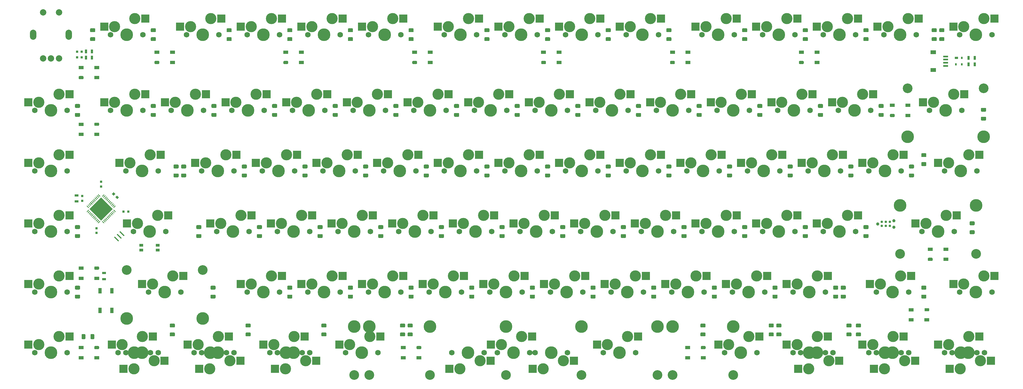
<source format=gbr>
%TF.GenerationSoftware,KiCad,Pcbnew,(5.1.10)-1*%
%TF.CreationDate,2022-05-03T20:22:29+07:00*%
%TF.ProjectId,75F,3735462e-6b69-4636-9164-5f7063625858,rev?*%
%TF.SameCoordinates,Original*%
%TF.FileFunction,Soldermask,Bot*%
%TF.FilePolarity,Negative*%
%FSLAX46Y46*%
G04 Gerber Fmt 4.6, Leading zero omitted, Abs format (unit mm)*
G04 Created by KiCad (PCBNEW (5.1.10)-1) date 2022-05-03 20:22:29*
%MOMM*%
%LPD*%
G01*
G04 APERTURE LIST*
%ADD10R,2.550000X2.500000*%
%ADD11C,0.500000*%
%ADD12C,3.500000*%
%ADD13C,3.987800*%
%ADD14C,1.750000*%
%ADD15R,1.100000X1.800000*%
%ADD16C,3.048000*%
%ADD17C,0.787400*%
%ADD18C,0.990600*%
%ADD19R,1.300000X0.700000*%
%ADD20R,1.190000X0.900000*%
%ADD21R,1.000000X0.700000*%
%ADD22R,0.600000X0.700000*%
%ADD23C,0.100000*%
%ADD24R,0.700000X1.300000*%
%ADD25R,0.800000X0.750000*%
%ADD26R,0.750000X0.800000*%
%ADD27R,1.500000X1.000000*%
%ADD28R,1.800000X1.200000*%
%ADD29R,1.550000X0.600000*%
%ADD30C,2.000000*%
%ADD31O,2.000000X3.200000*%
G04 APERTURE END LIST*
D10*
%TO.C,MX14*%
X73877500Y-64135000D03*
X86804500Y-61595000D03*
D11*
X87784000Y-60642500D03*
X87784000Y-62547500D03*
X72898000Y-65087500D03*
D12*
X83502500Y-61595000D03*
D13*
X80962500Y-66675000D03*
D12*
X77152500Y-64135000D03*
D14*
X75882500Y-66675000D03*
X86042500Y-66675000D03*
D11*
X72898000Y-63182500D03*
%TD*%
D15*
%TO.C,SW1*%
X47689178Y-104354177D03*
X43989178Y-110554177D03*
X43989178Y-104354177D03*
X47689178Y-110554177D03*
%TD*%
D13*
%TO.C,MX10*%
X64293750Y-104775000D03*
D12*
X60483750Y-102235000D03*
D11*
X56229250Y-103187500D03*
D10*
X57208750Y-102235000D03*
D11*
X71115250Y-100647500D03*
D10*
X70135750Y-99695000D03*
D11*
X71115250Y-98742500D03*
D12*
X66833750Y-99695000D03*
D14*
X59213750Y-104775000D03*
X69373750Y-104775000D03*
D11*
X56229250Y-101282500D03*
D13*
X52355750Y-113030000D03*
X76231750Y-113030000D03*
D16*
X52355750Y-97790000D03*
X76231750Y-97790000D03*
%TD*%
D13*
%TO.C,MX9*%
X59531250Y-85725000D03*
D12*
X55721250Y-83185000D03*
D11*
X51466750Y-84137500D03*
D10*
X52446250Y-83185000D03*
D11*
X66352750Y-81597500D03*
D10*
X65373250Y-80645000D03*
D11*
X66352750Y-79692500D03*
D12*
X62071250Y-80645000D03*
D14*
X54451250Y-85725000D03*
X64611250Y-85725000D03*
D11*
X51466750Y-82232500D03*
%TD*%
D17*
%TO.C,ISP1*%
X292080889Y-83978960D03*
X292080889Y-82708960D03*
X290810889Y-83978960D03*
X290810889Y-82708960D03*
X289540889Y-83978960D03*
X289540889Y-82708960D03*
D18*
X288270889Y-83343960D03*
X293350889Y-82327960D03*
X293350889Y-84359960D03*
%TD*%
D19*
%TO.C,R5*%
X45243864Y-100665095D03*
X45243864Y-98765095D03*
%TD*%
D20*
%TO.C,RGB14*%
X56936250Y-91555000D03*
X62126250Y-90055000D03*
X62126250Y-91555000D03*
X56936250Y-90055000D03*
%TD*%
%TO.C,D75*%
G36*
G01*
X278642266Y-117481544D02*
X279762266Y-117481544D01*
G75*
G02*
X280002266Y-117721544I0J-240000D01*
G01*
X280002266Y-118441544D01*
G75*
G02*
X279762266Y-118681544I-240000J0D01*
G01*
X278642266Y-118681544D01*
G75*
G02*
X278402266Y-118441544I0J240000D01*
G01*
X278402266Y-117721544D01*
G75*
G02*
X278642266Y-117481544I240000J0D01*
G01*
G37*
G36*
G01*
X278642266Y-114681544D02*
X279762266Y-114681544D01*
G75*
G02*
X280002266Y-114921544I0J-240000D01*
G01*
X280002266Y-115641544D01*
G75*
G02*
X279762266Y-115881544I-240000J0D01*
G01*
X278642266Y-115881544D01*
G75*
G02*
X278402266Y-115641544I0J240000D01*
G01*
X278402266Y-114921544D01*
G75*
G02*
X278642266Y-114681544I240000J0D01*
G01*
G37*
%TD*%
%TO.C,D11*%
G36*
G01*
X66115168Y-117481544D02*
X67235168Y-117481544D01*
G75*
G02*
X67475168Y-117721544I0J-240000D01*
G01*
X67475168Y-118441544D01*
G75*
G02*
X67235168Y-118681544I-240000J0D01*
G01*
X66115168Y-118681544D01*
G75*
G02*
X65875168Y-118441544I0J240000D01*
G01*
X65875168Y-117721544D01*
G75*
G02*
X66115168Y-117481544I240000J0D01*
G01*
G37*
G36*
G01*
X66115168Y-114681544D02*
X67235168Y-114681544D01*
G75*
G02*
X67475168Y-114921544I0J-240000D01*
G01*
X67475168Y-115641544D01*
G75*
G02*
X67235168Y-115881544I-240000J0D01*
G01*
X66115168Y-115881544D01*
G75*
G02*
X65875168Y-115641544I0J240000D01*
G01*
X65875168Y-114921544D01*
G75*
G02*
X66115168Y-114681544I240000J0D01*
G01*
G37*
%TD*%
%TO.C,D65*%
G36*
G01*
X254234392Y-117481544D02*
X255354392Y-117481544D01*
G75*
G02*
X255594392Y-117721544I0J-240000D01*
G01*
X255594392Y-118441544D01*
G75*
G02*
X255354392Y-118681544I-240000J0D01*
G01*
X254234392Y-118681544D01*
G75*
G02*
X253994392Y-118441544I0J240000D01*
G01*
X253994392Y-117721544D01*
G75*
G02*
X254234392Y-117481544I240000J0D01*
G01*
G37*
G36*
G01*
X254234392Y-114681544D02*
X255354392Y-114681544D01*
G75*
G02*
X255594392Y-114921544I0J-240000D01*
G01*
X255594392Y-115641544D01*
G75*
G02*
X255354392Y-115881544I-240000J0D01*
G01*
X254234392Y-115881544D01*
G75*
G02*
X253994392Y-115641544I0J240000D01*
G01*
X253994392Y-114921544D01*
G75*
G02*
X254234392Y-114681544I240000J0D01*
G01*
G37*
%TD*%
%TO.C,D4*%
G36*
G01*
X37469468Y-103975264D02*
X36349468Y-103975264D01*
G75*
G02*
X36109468Y-103735264I0J240000D01*
G01*
X36109468Y-103015264D01*
G75*
G02*
X36349468Y-102775264I240000J0D01*
G01*
X37469468Y-102775264D01*
G75*
G02*
X37709468Y-103015264I0J-240000D01*
G01*
X37709468Y-103735264D01*
G75*
G02*
X37469468Y-103975264I-240000J0D01*
G01*
G37*
G36*
G01*
X37469468Y-106775264D02*
X36349468Y-106775264D01*
G75*
G02*
X36109468Y-106535264I0J240000D01*
G01*
X36109468Y-105815264D01*
G75*
G02*
X36349468Y-105575264I240000J0D01*
G01*
X37469468Y-105575264D01*
G75*
G02*
X37709468Y-105815264I0J-240000D01*
G01*
X37709468Y-106535264D01*
G75*
G02*
X37469468Y-106775264I-240000J0D01*
G01*
G37*
%TD*%
%TO.C,D66*%
G36*
G01*
X138445819Y-117481544D02*
X139565819Y-117481544D01*
G75*
G02*
X139805819Y-117721544I0J-240000D01*
G01*
X139805819Y-118441544D01*
G75*
G02*
X139565819Y-118681544I-240000J0D01*
G01*
X138445819Y-118681544D01*
G75*
G02*
X138205819Y-118441544I0J240000D01*
G01*
X138205819Y-117721544D01*
G75*
G02*
X138445819Y-117481544I240000J0D01*
G01*
G37*
G36*
G01*
X138445819Y-114681544D02*
X139565819Y-114681544D01*
G75*
G02*
X139805819Y-114921544I0J-240000D01*
G01*
X139805819Y-115641544D01*
G75*
G02*
X139565819Y-115881544I-240000J0D01*
G01*
X138445819Y-115881544D01*
G75*
G02*
X138205819Y-115641544I0J240000D01*
G01*
X138205819Y-114921544D01*
G75*
G02*
X138445819Y-114681544I240000J0D01*
G01*
G37*
%TD*%
%TO.C,D5*%
G36*
G01*
X39383695Y-118205143D02*
X39383695Y-119325143D01*
G75*
G02*
X39143695Y-119565143I-240000J0D01*
G01*
X38423695Y-119565143D01*
G75*
G02*
X38183695Y-119325143I0J240000D01*
G01*
X38183695Y-118205143D01*
G75*
G02*
X38423695Y-117965143I240000J0D01*
G01*
X39143695Y-117965143D01*
G75*
G02*
X39383695Y-118205143I0J-240000D01*
G01*
G37*
G36*
G01*
X42183695Y-118205143D02*
X42183695Y-119325143D01*
G75*
G02*
X41943695Y-119565143I-240000J0D01*
G01*
X41223695Y-119565143D01*
G75*
G02*
X40983695Y-119325143I0J240000D01*
G01*
X40983695Y-118205143D01*
G75*
G02*
X41223695Y-117965143I240000J0D01*
G01*
X41943695Y-117965143D01*
G75*
G02*
X42183695Y-118205143I0J-240000D01*
G01*
G37*
%TD*%
%TO.C,D81*%
G36*
G01*
X281618836Y-117481544D02*
X282738836Y-117481544D01*
G75*
G02*
X282978836Y-117721544I0J-240000D01*
G01*
X282978836Y-118441544D01*
G75*
G02*
X282738836Y-118681544I-240000J0D01*
G01*
X281618836Y-118681544D01*
G75*
G02*
X281378836Y-118441544I0J240000D01*
G01*
X281378836Y-117721544D01*
G75*
G02*
X281618836Y-117481544I240000J0D01*
G01*
G37*
G36*
G01*
X281618836Y-114681544D02*
X282738836Y-114681544D01*
G75*
G02*
X282978836Y-114921544I0J-240000D01*
G01*
X282978836Y-115641544D01*
G75*
G02*
X282738836Y-115881544I-240000J0D01*
G01*
X281618836Y-115881544D01*
G75*
G02*
X281378836Y-115641544I0J240000D01*
G01*
X281378836Y-114921544D01*
G75*
G02*
X281618836Y-114681544I240000J0D01*
G01*
G37*
%TD*%
%TO.C,D83*%
G36*
G01*
X277976324Y-103975264D02*
X276856324Y-103975264D01*
G75*
G02*
X276616324Y-103735264I0J240000D01*
G01*
X276616324Y-103015264D01*
G75*
G02*
X276856324Y-102775264I240000J0D01*
G01*
X277976324Y-102775264D01*
G75*
G02*
X278216324Y-103015264I0J-240000D01*
G01*
X278216324Y-103735264D01*
G75*
G02*
X277976324Y-103975264I-240000J0D01*
G01*
G37*
G36*
G01*
X277976324Y-106775264D02*
X276856324Y-106775264D01*
G75*
G02*
X276616324Y-106535264I0J240000D01*
G01*
X276616324Y-105815264D01*
G75*
G02*
X276856324Y-105575264I240000J0D01*
G01*
X277976324Y-105575264D01*
G75*
G02*
X278216324Y-105815264I0J-240000D01*
G01*
X278216324Y-106535264D01*
G75*
G02*
X277976324Y-106775264I-240000J0D01*
G01*
G37*
%TD*%
%TO.C,D17*%
G36*
G01*
X89927728Y-117481544D02*
X91047728Y-117481544D01*
G75*
G02*
X91287728Y-117721544I0J-240000D01*
G01*
X91287728Y-118441544D01*
G75*
G02*
X91047728Y-118681544I-240000J0D01*
G01*
X89927728Y-118681544D01*
G75*
G02*
X89687728Y-118441544I0J240000D01*
G01*
X89687728Y-117721544D01*
G75*
G02*
X89927728Y-117481544I240000J0D01*
G01*
G37*
G36*
G01*
X89927728Y-114681544D02*
X91047728Y-114681544D01*
G75*
G02*
X91287728Y-114921544I0J-240000D01*
G01*
X91287728Y-115641544D01*
G75*
G02*
X91047728Y-115881544I-240000J0D01*
G01*
X89927728Y-115881544D01*
G75*
G02*
X89687728Y-115641544I0J240000D01*
G01*
X89687728Y-114921544D01*
G75*
G02*
X89927728Y-114681544I240000J0D01*
G01*
G37*
%TD*%
%TO.C,D23*%
G36*
G01*
X113740288Y-117481544D02*
X114860288Y-117481544D01*
G75*
G02*
X115100288Y-117721544I0J-240000D01*
G01*
X115100288Y-118441544D01*
G75*
G02*
X114860288Y-118681544I-240000J0D01*
G01*
X113740288Y-118681544D01*
G75*
G02*
X113500288Y-118441544I0J240000D01*
G01*
X113500288Y-117721544D01*
G75*
G02*
X113740288Y-117481544I240000J0D01*
G01*
G37*
G36*
G01*
X113740288Y-114681544D02*
X114860288Y-114681544D01*
G75*
G02*
X115100288Y-114921544I0J-240000D01*
G01*
X115100288Y-115641544D01*
G75*
G02*
X114860288Y-115881544I-240000J0D01*
G01*
X113740288Y-115881544D01*
G75*
G02*
X113500288Y-115641544I0J240000D01*
G01*
X113500288Y-114921544D01*
G75*
G02*
X113740288Y-114681544I240000J0D01*
G01*
G37*
%TD*%
%TO.C,D84*%
G36*
G01*
X303277169Y-103975264D02*
X302157169Y-103975264D01*
G75*
G02*
X301917169Y-103735264I0J240000D01*
G01*
X301917169Y-103015264D01*
G75*
G02*
X302157169Y-102775264I240000J0D01*
G01*
X303277169Y-102775264D01*
G75*
G02*
X303517169Y-103015264I0J-240000D01*
G01*
X303517169Y-103735264D01*
G75*
G02*
X303277169Y-103975264I-240000J0D01*
G01*
G37*
G36*
G01*
X303277169Y-106775264D02*
X302157169Y-106775264D01*
G75*
G02*
X301917169Y-106535264I0J240000D01*
G01*
X301917169Y-105815264D01*
G75*
G02*
X302157169Y-105575264I240000J0D01*
G01*
X303277169Y-105575264D01*
G75*
G02*
X303517169Y-105815264I0J-240000D01*
G01*
X303517169Y-106535264D01*
G75*
G02*
X303277169Y-106775264I-240000J0D01*
G01*
G37*
%TD*%
%TO.C,D80*%
G36*
G01*
X232803088Y-117481544D02*
X233923088Y-117481544D01*
G75*
G02*
X234163088Y-117721544I0J-240000D01*
G01*
X234163088Y-118441544D01*
G75*
G02*
X233923088Y-118681544I-240000J0D01*
G01*
X232803088Y-118681544D01*
G75*
G02*
X232563088Y-118441544I0J240000D01*
G01*
X232563088Y-117721544D01*
G75*
G02*
X232803088Y-117481544I240000J0D01*
G01*
G37*
G36*
G01*
X232803088Y-114681544D02*
X233923088Y-114681544D01*
G75*
G02*
X234163088Y-114921544I0J-240000D01*
G01*
X234163088Y-115641544D01*
G75*
G02*
X233923088Y-115881544I-240000J0D01*
G01*
X232803088Y-115881544D01*
G75*
G02*
X232563088Y-115641544I0J240000D01*
G01*
X232563088Y-114921544D01*
G75*
G02*
X232803088Y-114681544I240000J0D01*
G01*
G37*
%TD*%
%TO.C,D77*%
G36*
G01*
X322029560Y-48015748D02*
X320909560Y-48015748D01*
G75*
G02*
X320669560Y-47775748I0J240000D01*
G01*
X320669560Y-47055748D01*
G75*
G02*
X320909560Y-46815748I240000J0D01*
G01*
X322029560Y-46815748D01*
G75*
G02*
X322269560Y-47055748I0J-240000D01*
G01*
X322269560Y-47775748D01*
G75*
G02*
X322029560Y-48015748I-240000J0D01*
G01*
G37*
G36*
G01*
X322029560Y-50815748D02*
X320909560Y-50815748D01*
G75*
G02*
X320669560Y-50575748I0J240000D01*
G01*
X320669560Y-49855748D01*
G75*
G02*
X320909560Y-49615748I240000J0D01*
G01*
X322029560Y-49615748D01*
G75*
G02*
X322269560Y-49855748I0J-240000D01*
G01*
X322269560Y-50575748D01*
G75*
G02*
X322029560Y-50815748I-240000J0D01*
G01*
G37*
%TD*%
%TO.C,D71*%
G36*
G01*
X256615648Y-117481544D02*
X257735648Y-117481544D01*
G75*
G02*
X257975648Y-117721544I0J-240000D01*
G01*
X257975648Y-118441544D01*
G75*
G02*
X257735648Y-118681544I-240000J0D01*
G01*
X256615648Y-118681544D01*
G75*
G02*
X256375648Y-118441544I0J240000D01*
G01*
X256375648Y-117721544D01*
G75*
G02*
X256615648Y-117481544I240000J0D01*
G01*
G37*
G36*
G01*
X256615648Y-114681544D02*
X257735648Y-114681544D01*
G75*
G02*
X257975648Y-114921544I0J-240000D01*
G01*
X257975648Y-115641544D01*
G75*
G02*
X257735648Y-115881544I-240000J0D01*
G01*
X256615648Y-115881544D01*
G75*
G02*
X256375648Y-115641544I0J240000D01*
G01*
X256375648Y-114921544D01*
G75*
G02*
X256615648Y-114681544I240000J0D01*
G01*
G37*
%TD*%
%TO.C,D39*%
G36*
G01*
X140827075Y-117481544D02*
X141947075Y-117481544D01*
G75*
G02*
X142187075Y-117721544I0J-240000D01*
G01*
X142187075Y-118441544D01*
G75*
G02*
X141947075Y-118681544I-240000J0D01*
G01*
X140827075Y-118681544D01*
G75*
G02*
X140587075Y-118441544I0J240000D01*
G01*
X140587075Y-117721544D01*
G75*
G02*
X140827075Y-117481544I240000J0D01*
G01*
G37*
G36*
G01*
X140827075Y-114681544D02*
X141947075Y-114681544D01*
G75*
G02*
X142187075Y-114921544I0J-240000D01*
G01*
X142187075Y-115641544D01*
G75*
G02*
X141947075Y-115881544I-240000J0D01*
G01*
X140827075Y-115881544D01*
G75*
G02*
X140587075Y-115641544I0J240000D01*
G01*
X140587075Y-114921544D01*
G75*
G02*
X140827075Y-114681544I240000J0D01*
G01*
G37*
%TD*%
D21*
%TO.C,U1*%
X312980478Y-31146956D03*
D22*
X312780478Y-33146956D03*
X314680478Y-31146956D03*
X314680478Y-33146956D03*
%TD*%
D23*
%TO.C,Y1*%
G36*
X51385234Y-87178146D02*
G01*
X50041731Y-85834643D01*
X50324574Y-85551800D01*
X51668077Y-86895303D01*
X51385234Y-87178146D01*
G37*
G36*
X50536706Y-88026674D02*
G01*
X49193203Y-86683171D01*
X49476046Y-86400328D01*
X50819549Y-87743831D01*
X50536706Y-88026674D01*
G37*
G36*
X49688178Y-88875202D02*
G01*
X48344675Y-87531699D01*
X48627518Y-87248856D01*
X49971021Y-88592359D01*
X49688178Y-88875202D01*
G37*
%TD*%
D24*
%TO.C,R2*%
X39531420Y-29070435D03*
X41431420Y-29070435D03*
%TD*%
%TO.C,R1*%
X39531420Y-31056380D03*
X41431420Y-31056380D03*
%TD*%
D25*
%TO.C,C9*%
X38254845Y-29170435D03*
X36754845Y-29170435D03*
%TD*%
%TO.C,C8*%
X36754845Y-30956380D03*
X38254845Y-30956380D03*
%TD*%
%TO.C,D20*%
G36*
G01*
X108907330Y-65875280D02*
X107787330Y-65875280D01*
G75*
G02*
X107547330Y-65635280I0J240000D01*
G01*
X107547330Y-64915280D01*
G75*
G02*
X107787330Y-64675280I240000J0D01*
G01*
X108907330Y-64675280D01*
G75*
G02*
X109147330Y-64915280I0J-240000D01*
G01*
X109147330Y-65635280D01*
G75*
G02*
X108907330Y-65875280I-240000J0D01*
G01*
G37*
G36*
G01*
X108907330Y-68675280D02*
X107787330Y-68675280D01*
G75*
G02*
X107547330Y-68435280I0J240000D01*
G01*
X107547330Y-67715280D01*
G75*
G02*
X107787330Y-67475280I240000J0D01*
G01*
X108907330Y-67475280D01*
G75*
G02*
X109147330Y-67715280I0J-240000D01*
G01*
X109147330Y-68435280D01*
G75*
G02*
X108907330Y-68675280I-240000J0D01*
G01*
G37*
%TD*%
%TO.C,D15*%
G36*
G01*
X94619770Y-84925360D02*
X93499770Y-84925360D01*
G75*
G02*
X93259770Y-84685360I0J240000D01*
G01*
X93259770Y-83965360D01*
G75*
G02*
X93499770Y-83725360I240000J0D01*
G01*
X94619770Y-83725360D01*
G75*
G02*
X94859770Y-83965360I0J-240000D01*
G01*
X94859770Y-84685360D01*
G75*
G02*
X94619770Y-84925360I-240000J0D01*
G01*
G37*
G36*
G01*
X94619770Y-87725360D02*
X93499770Y-87725360D01*
G75*
G02*
X93259770Y-87485360I0J240000D01*
G01*
X93259770Y-86765360D01*
G75*
G02*
X93499770Y-86525360I240000J0D01*
G01*
X94619770Y-86525360D01*
G75*
G02*
X94859770Y-86765360I0J-240000D01*
G01*
X94859770Y-87485360D01*
G75*
G02*
X94619770Y-87725360I-240000J0D01*
G01*
G37*
%TD*%
%TO.C,D37*%
G36*
G01*
X170820090Y-84925360D02*
X169700090Y-84925360D01*
G75*
G02*
X169460090Y-84685360I0J240000D01*
G01*
X169460090Y-83965360D01*
G75*
G02*
X169700090Y-83725360I240000J0D01*
G01*
X170820090Y-83725360D01*
G75*
G02*
X171060090Y-83965360I0J-240000D01*
G01*
X171060090Y-84685360D01*
G75*
G02*
X170820090Y-84925360I-240000J0D01*
G01*
G37*
G36*
G01*
X170820090Y-87725360D02*
X169700090Y-87725360D01*
G75*
G02*
X169460090Y-87485360I0J240000D01*
G01*
X169460090Y-86765360D01*
G75*
G02*
X169700090Y-86525360I240000J0D01*
G01*
X170820090Y-86525360D01*
G75*
G02*
X171060090Y-86765360I0J-240000D01*
G01*
X171060090Y-87485360D01*
G75*
G02*
X170820090Y-87725360I-240000J0D01*
G01*
G37*
%TD*%
%TO.C,D52*%
G36*
G01*
X223207810Y-65875280D02*
X222087810Y-65875280D01*
G75*
G02*
X221847810Y-65635280I0J240000D01*
G01*
X221847810Y-64915280D01*
G75*
G02*
X222087810Y-64675280I240000J0D01*
G01*
X223207810Y-64675280D01*
G75*
G02*
X223447810Y-64915280I0J-240000D01*
G01*
X223447810Y-65635280D01*
G75*
G02*
X223207810Y-65875280I-240000J0D01*
G01*
G37*
G36*
G01*
X223207810Y-68675280D02*
X222087810Y-68675280D01*
G75*
G02*
X221847810Y-68435280I0J240000D01*
G01*
X221847810Y-67715280D01*
G75*
G02*
X222087810Y-67475280I240000J0D01*
G01*
X223207810Y-67475280D01*
G75*
G02*
X223447810Y-67715280I0J-240000D01*
G01*
X223447810Y-68435280D01*
G75*
G02*
X223207810Y-68675280I-240000J0D01*
G01*
G37*
%TD*%
%TO.C,D54*%
G36*
G01*
X237495370Y-103975440D02*
X236375370Y-103975440D01*
G75*
G02*
X236135370Y-103735440I0J240000D01*
G01*
X236135370Y-103015440D01*
G75*
G02*
X236375370Y-102775440I240000J0D01*
G01*
X237495370Y-102775440D01*
G75*
G02*
X237735370Y-103015440I0J-240000D01*
G01*
X237735370Y-103735440D01*
G75*
G02*
X237495370Y-103975440I-240000J0D01*
G01*
G37*
G36*
G01*
X237495370Y-106775440D02*
X236375370Y-106775440D01*
G75*
G02*
X236135370Y-106535440I0J240000D01*
G01*
X236135370Y-105815440D01*
G75*
G02*
X236375370Y-105575440I240000J0D01*
G01*
X237495370Y-105575440D01*
G75*
G02*
X237735370Y-105815440I0J-240000D01*
G01*
X237735370Y-106535440D01*
G75*
G02*
X237495370Y-106775440I-240000J0D01*
G01*
G37*
%TD*%
%TO.C,D31*%
G36*
G01*
X147007490Y-65875280D02*
X145887490Y-65875280D01*
G75*
G02*
X145647490Y-65635280I0J240000D01*
G01*
X145647490Y-64915280D01*
G75*
G02*
X145887490Y-64675280I240000J0D01*
G01*
X147007490Y-64675280D01*
G75*
G02*
X147247490Y-64915280I0J-240000D01*
G01*
X147247490Y-65635280D01*
G75*
G02*
X147007490Y-65875280I-240000J0D01*
G01*
G37*
G36*
G01*
X147007490Y-68675280D02*
X145887490Y-68675280D01*
G75*
G02*
X145647490Y-68435280I0J240000D01*
G01*
X145647490Y-67715280D01*
G75*
G02*
X145887490Y-67475280I240000J0D01*
G01*
X147007490Y-67475280D01*
G75*
G02*
X147247490Y-67715280I0J-240000D01*
G01*
X147247490Y-68435280D01*
G75*
G02*
X147007490Y-68675280I-240000J0D01*
G01*
G37*
%TD*%
%TO.C,D38*%
G36*
G01*
X180345130Y-103975440D02*
X179225130Y-103975440D01*
G75*
G02*
X178985130Y-103735440I0J240000D01*
G01*
X178985130Y-103015440D01*
G75*
G02*
X179225130Y-102775440I240000J0D01*
G01*
X180345130Y-102775440D01*
G75*
G02*
X180585130Y-103015440I0J-240000D01*
G01*
X180585130Y-103735440D01*
G75*
G02*
X180345130Y-103975440I-240000J0D01*
G01*
G37*
G36*
G01*
X180345130Y-106775440D02*
X179225130Y-106775440D01*
G75*
G02*
X178985130Y-106535440I0J240000D01*
G01*
X178985130Y-105815440D01*
G75*
G02*
X179225130Y-105575440I240000J0D01*
G01*
X180345130Y-105575440D01*
G75*
G02*
X180585130Y-105815440I0J-240000D01*
G01*
X180585130Y-106535440D01*
G75*
G02*
X180345130Y-106775440I-240000J0D01*
G01*
G37*
%TD*%
%TO.C,D49*%
G36*
G01*
X218445290Y-103975440D02*
X217325290Y-103975440D01*
G75*
G02*
X217085290Y-103735440I0J240000D01*
G01*
X217085290Y-103015440D01*
G75*
G02*
X217325290Y-102775440I240000J0D01*
G01*
X218445290Y-102775440D01*
G75*
G02*
X218685290Y-103015440I0J-240000D01*
G01*
X218685290Y-103735440D01*
G75*
G02*
X218445290Y-103975440I-240000J0D01*
G01*
G37*
G36*
G01*
X218445290Y-106775440D02*
X217325290Y-106775440D01*
G75*
G02*
X217085290Y-106535440I0J240000D01*
G01*
X217085290Y-105815440D01*
G75*
G02*
X217325290Y-105575440I240000J0D01*
G01*
X218445290Y-105575440D01*
G75*
G02*
X218685290Y-105815440I0J-240000D01*
G01*
X218685290Y-106535440D01*
G75*
G02*
X218445290Y-106775440I-240000J0D01*
G01*
G37*
%TD*%
%TO.C,C5*%
X51339975Y-79474419D03*
X52839975Y-79474419D03*
%TD*%
%TO.C,D9*%
G36*
G01*
X75569690Y-84925360D02*
X74449690Y-84925360D01*
G75*
G02*
X74209690Y-84685360I0J240000D01*
G01*
X74209690Y-83965360D01*
G75*
G02*
X74449690Y-83725360I240000J0D01*
G01*
X75569690Y-83725360D01*
G75*
G02*
X75809690Y-83965360I0J-240000D01*
G01*
X75809690Y-84685360D01*
G75*
G02*
X75569690Y-84925360I-240000J0D01*
G01*
G37*
G36*
G01*
X75569690Y-87725360D02*
X74449690Y-87725360D01*
G75*
G02*
X74209690Y-87485360I0J240000D01*
G01*
X74209690Y-86765360D01*
G75*
G02*
X74449690Y-86525360I240000J0D01*
G01*
X75569690Y-86525360D01*
G75*
G02*
X75809690Y-86765360I0J-240000D01*
G01*
X75809690Y-87485360D01*
G75*
G02*
X75569690Y-87725360I-240000J0D01*
G01*
G37*
%TD*%
%TO.C,D2*%
G36*
G01*
X70806875Y-65875000D02*
X69686875Y-65875000D01*
G75*
G02*
X69446875Y-65635000I0J240000D01*
G01*
X69446875Y-64915000D01*
G75*
G02*
X69686875Y-64675000I240000J0D01*
G01*
X70806875Y-64675000D01*
G75*
G02*
X71046875Y-64915000I0J-240000D01*
G01*
X71046875Y-65635000D01*
G75*
G02*
X70806875Y-65875000I-240000J0D01*
G01*
G37*
G36*
G01*
X70806875Y-68675000D02*
X69686875Y-68675000D01*
G75*
G02*
X69446875Y-68435000I0J240000D01*
G01*
X69446875Y-67715000D01*
G75*
G02*
X69686875Y-67475000I240000J0D01*
G01*
X70806875Y-67475000D01*
G75*
G02*
X71046875Y-67715000I0J-240000D01*
G01*
X71046875Y-68435000D01*
G75*
G02*
X70806875Y-68675000I-240000J0D01*
G01*
G37*
%TD*%
D23*
%TO.C,C6*%
G36*
X48833426Y-73901598D02*
G01*
X48303096Y-74431928D01*
X47737410Y-73866242D01*
X48267740Y-73335912D01*
X48833426Y-73901598D01*
G37*
G36*
X49894086Y-74962258D02*
G01*
X49363756Y-75492588D01*
X48798070Y-74926902D01*
X49328400Y-74396572D01*
X49894086Y-74962258D01*
G37*
%TD*%
%TO.C,D3*%
G36*
G01*
X37469468Y-84925216D02*
X36349468Y-84925216D01*
G75*
G02*
X36109468Y-84685216I0J240000D01*
G01*
X36109468Y-83965216D01*
G75*
G02*
X36349468Y-83725216I240000J0D01*
G01*
X37469468Y-83725216D01*
G75*
G02*
X37709468Y-83965216I0J-240000D01*
G01*
X37709468Y-84685216D01*
G75*
G02*
X37469468Y-84925216I-240000J0D01*
G01*
G37*
G36*
G01*
X37469468Y-87725216D02*
X36349468Y-87725216D01*
G75*
G02*
X36109468Y-87485216I0J240000D01*
G01*
X36109468Y-86765216D01*
G75*
G02*
X36349468Y-86525216I240000J0D01*
G01*
X37469468Y-86525216D01*
G75*
G02*
X37709468Y-86765216I0J-240000D01*
G01*
X37709468Y-87485216D01*
G75*
G02*
X37469468Y-87725216I-240000J0D01*
G01*
G37*
%TD*%
%TO.C,D14*%
G36*
G01*
X89857250Y-65875280D02*
X88737250Y-65875280D01*
G75*
G02*
X88497250Y-65635280I0J240000D01*
G01*
X88497250Y-64915280D01*
G75*
G02*
X88737250Y-64675280I240000J0D01*
G01*
X89857250Y-64675280D01*
G75*
G02*
X90097250Y-64915280I0J-240000D01*
G01*
X90097250Y-65635280D01*
G75*
G02*
X89857250Y-65875280I-240000J0D01*
G01*
G37*
G36*
G01*
X89857250Y-68675280D02*
X88737250Y-68675280D01*
G75*
G02*
X88497250Y-68435280I0J240000D01*
G01*
X88497250Y-67715280D01*
G75*
G02*
X88737250Y-67475280I240000J0D01*
G01*
X89857250Y-67475280D01*
G75*
G02*
X90097250Y-67715280I0J-240000D01*
G01*
X90097250Y-68435280D01*
G75*
G02*
X89857250Y-68675280I-240000J0D01*
G01*
G37*
%TD*%
%TO.C,D27*%
G36*
G01*
X132719930Y-84925360D02*
X131599930Y-84925360D01*
G75*
G02*
X131359930Y-84685360I0J240000D01*
G01*
X131359930Y-83965360D01*
G75*
G02*
X131599930Y-83725360I240000J0D01*
G01*
X132719930Y-83725360D01*
G75*
G02*
X132959930Y-83965360I0J-240000D01*
G01*
X132959930Y-84685360D01*
G75*
G02*
X132719930Y-84925360I-240000J0D01*
G01*
G37*
G36*
G01*
X132719930Y-87725360D02*
X131599930Y-87725360D01*
G75*
G02*
X131359930Y-87485360I0J240000D01*
G01*
X131359930Y-86765360D01*
G75*
G02*
X131599930Y-86525360I240000J0D01*
G01*
X132719930Y-86525360D01*
G75*
G02*
X132959930Y-86765360I0J-240000D01*
G01*
X132959930Y-87485360D01*
G75*
G02*
X132719930Y-87725360I-240000J0D01*
G01*
G37*
%TD*%
D26*
%TO.C,C1*%
X44350893Y-71592366D03*
X44350893Y-70092366D03*
%TD*%
%TO.C,C7*%
X38397753Y-76057221D03*
X38397753Y-74557221D03*
%TD*%
%TO.C,D10*%
G36*
G01*
X80034419Y-103975264D02*
X78914419Y-103975264D01*
G75*
G02*
X78674419Y-103735264I0J240000D01*
G01*
X78674419Y-103015264D01*
G75*
G02*
X78914419Y-102775264I240000J0D01*
G01*
X80034419Y-102775264D01*
G75*
G02*
X80274419Y-103015264I0J-240000D01*
G01*
X80274419Y-103735264D01*
G75*
G02*
X80034419Y-103975264I-240000J0D01*
G01*
G37*
G36*
G01*
X80034419Y-106775264D02*
X78914419Y-106775264D01*
G75*
G02*
X78674419Y-106535264I0J240000D01*
G01*
X78674419Y-105815264D01*
G75*
G02*
X78914419Y-105575264I240000J0D01*
G01*
X80034419Y-105575264D01*
G75*
G02*
X80274419Y-105815264I0J-240000D01*
G01*
X80274419Y-106535264D01*
G75*
G02*
X80034419Y-106775264I-240000J0D01*
G01*
G37*
%TD*%
%TO.C,D26*%
G36*
G01*
X127957410Y-65875280D02*
X126837410Y-65875280D01*
G75*
G02*
X126597410Y-65635280I0J240000D01*
G01*
X126597410Y-64915280D01*
G75*
G02*
X126837410Y-64675280I240000J0D01*
G01*
X127957410Y-64675280D01*
G75*
G02*
X128197410Y-64915280I0J-240000D01*
G01*
X128197410Y-65635280D01*
G75*
G02*
X127957410Y-65875280I-240000J0D01*
G01*
G37*
G36*
G01*
X127957410Y-68675280D02*
X126837410Y-68675280D01*
G75*
G02*
X126597410Y-68435280I0J240000D01*
G01*
X126597410Y-67715280D01*
G75*
G02*
X126837410Y-67475280I240000J0D01*
G01*
X127957410Y-67475280D01*
G75*
G02*
X128197410Y-67715280I0J-240000D01*
G01*
X128197410Y-68435280D01*
G75*
G02*
X127957410Y-68675280I-240000J0D01*
G01*
G37*
%TD*%
%TO.C,D32*%
G36*
G01*
X151770010Y-84925360D02*
X150650010Y-84925360D01*
G75*
G02*
X150410010Y-84685360I0J240000D01*
G01*
X150410010Y-83965360D01*
G75*
G02*
X150650010Y-83725360I240000J0D01*
G01*
X151770010Y-83725360D01*
G75*
G02*
X152010010Y-83965360I0J-240000D01*
G01*
X152010010Y-84685360D01*
G75*
G02*
X151770010Y-84925360I-240000J0D01*
G01*
G37*
G36*
G01*
X151770010Y-87725360D02*
X150650010Y-87725360D01*
G75*
G02*
X150410010Y-87485360I0J240000D01*
G01*
X150410010Y-86765360D01*
G75*
G02*
X150650010Y-86525360I240000J0D01*
G01*
X151770010Y-86525360D01*
G75*
G02*
X152010010Y-86765360I0J-240000D01*
G01*
X152010010Y-87485360D01*
G75*
G02*
X151770010Y-87725360I-240000J0D01*
G01*
G37*
%TD*%
%TO.C,D33*%
G36*
G01*
X161295050Y-103975440D02*
X160175050Y-103975440D01*
G75*
G02*
X159935050Y-103735440I0J240000D01*
G01*
X159935050Y-103015440D01*
G75*
G02*
X160175050Y-102775440I240000J0D01*
G01*
X161295050Y-102775440D01*
G75*
G02*
X161535050Y-103015440I0J-240000D01*
G01*
X161535050Y-103735440D01*
G75*
G02*
X161295050Y-103975440I-240000J0D01*
G01*
G37*
G36*
G01*
X161295050Y-106775440D02*
X160175050Y-106775440D01*
G75*
G02*
X159935050Y-106535440I0J240000D01*
G01*
X159935050Y-105815440D01*
G75*
G02*
X160175050Y-105575440I240000J0D01*
G01*
X161295050Y-105575440D01*
G75*
G02*
X161535050Y-105815440I0J-240000D01*
G01*
X161535050Y-106535440D01*
G75*
G02*
X161295050Y-106775440I-240000J0D01*
G01*
G37*
%TD*%
%TO.C,D42*%
G36*
G01*
X185107650Y-65875280D02*
X183987650Y-65875280D01*
G75*
G02*
X183747650Y-65635280I0J240000D01*
G01*
X183747650Y-64915280D01*
G75*
G02*
X183987650Y-64675280I240000J0D01*
G01*
X185107650Y-64675280D01*
G75*
G02*
X185347650Y-64915280I0J-240000D01*
G01*
X185347650Y-65635280D01*
G75*
G02*
X185107650Y-65875280I-240000J0D01*
G01*
G37*
G36*
G01*
X185107650Y-68675280D02*
X183987650Y-68675280D01*
G75*
G02*
X183747650Y-68435280I0J240000D01*
G01*
X183747650Y-67715280D01*
G75*
G02*
X183987650Y-67475280I240000J0D01*
G01*
X185107650Y-67475280D01*
G75*
G02*
X185347650Y-67715280I0J-240000D01*
G01*
X185347650Y-68435280D01*
G75*
G02*
X185107650Y-68675280I-240000J0D01*
G01*
G37*
%TD*%
%TO.C,D43*%
G36*
G01*
X189870170Y-84925360D02*
X188750170Y-84925360D01*
G75*
G02*
X188510170Y-84685360I0J240000D01*
G01*
X188510170Y-83965360D01*
G75*
G02*
X188750170Y-83725360I240000J0D01*
G01*
X189870170Y-83725360D01*
G75*
G02*
X190110170Y-83965360I0J-240000D01*
G01*
X190110170Y-84685360D01*
G75*
G02*
X189870170Y-84925360I-240000J0D01*
G01*
G37*
G36*
G01*
X189870170Y-87725360D02*
X188750170Y-87725360D01*
G75*
G02*
X188510170Y-87485360I0J240000D01*
G01*
X188510170Y-86765360D01*
G75*
G02*
X188750170Y-86525360I240000J0D01*
G01*
X189870170Y-86525360D01*
G75*
G02*
X190110170Y-86765360I0J-240000D01*
G01*
X190110170Y-87485360D01*
G75*
G02*
X189870170Y-87725360I-240000J0D01*
G01*
G37*
%TD*%
%TO.C,D36*%
G36*
G01*
X166057570Y-65875280D02*
X164937570Y-65875280D01*
G75*
G02*
X164697570Y-65635280I0J240000D01*
G01*
X164697570Y-64915280D01*
G75*
G02*
X164937570Y-64675280I240000J0D01*
G01*
X166057570Y-64675280D01*
G75*
G02*
X166297570Y-64915280I0J-240000D01*
G01*
X166297570Y-65635280D01*
G75*
G02*
X166057570Y-65875280I-240000J0D01*
G01*
G37*
G36*
G01*
X166057570Y-68675280D02*
X164937570Y-68675280D01*
G75*
G02*
X164697570Y-68435280I0J240000D01*
G01*
X164697570Y-67715280D01*
G75*
G02*
X164937570Y-67475280I240000J0D01*
G01*
X166057570Y-67475280D01*
G75*
G02*
X166297570Y-67715280I0J-240000D01*
G01*
X166297570Y-68435280D01*
G75*
G02*
X166057570Y-68675280I-240000J0D01*
G01*
G37*
%TD*%
%TO.C,C4*%
X42862608Y-84677559D03*
X42862608Y-86177559D03*
%TD*%
%TO.C,D1*%
G36*
G01*
X37469530Y-46825200D02*
X36349530Y-46825200D01*
G75*
G02*
X36109530Y-46585200I0J240000D01*
G01*
X36109530Y-45865200D01*
G75*
G02*
X36349530Y-45625200I240000J0D01*
G01*
X37469530Y-45625200D01*
G75*
G02*
X37709530Y-45865200I0J-240000D01*
G01*
X37709530Y-46585200D01*
G75*
G02*
X37469530Y-46825200I-240000J0D01*
G01*
G37*
G36*
G01*
X37469530Y-49625200D02*
X36349530Y-49625200D01*
G75*
G02*
X36109530Y-49385200I0J240000D01*
G01*
X36109530Y-48665200D01*
G75*
G02*
X36349530Y-48425200I240000J0D01*
G01*
X37469530Y-48425200D01*
G75*
G02*
X37709530Y-48665200I0J-240000D01*
G01*
X37709530Y-49385200D01*
G75*
G02*
X37469530Y-49625200I-240000J0D01*
G01*
G37*
%TD*%
%TO.C,D8*%
G36*
G01*
X68425625Y-65875000D02*
X67305625Y-65875000D01*
G75*
G02*
X67065625Y-65635000I0J240000D01*
G01*
X67065625Y-64915000D01*
G75*
G02*
X67305625Y-64675000I240000J0D01*
G01*
X68425625Y-64675000D01*
G75*
G02*
X68665625Y-64915000I0J-240000D01*
G01*
X68665625Y-65635000D01*
G75*
G02*
X68425625Y-65875000I-240000J0D01*
G01*
G37*
G36*
G01*
X68425625Y-68675000D02*
X67305625Y-68675000D01*
G75*
G02*
X67065625Y-68435000I0J240000D01*
G01*
X67065625Y-67715000D01*
G75*
G02*
X67305625Y-67475000I240000J0D01*
G01*
X68425625Y-67475000D01*
G75*
G02*
X68665625Y-67715000I0J-240000D01*
G01*
X68665625Y-68435000D01*
G75*
G02*
X68425625Y-68675000I-240000J0D01*
G01*
G37*
%TD*%
%TO.C,D16*%
G36*
G01*
X104144810Y-103975440D02*
X103024810Y-103975440D01*
G75*
G02*
X102784810Y-103735440I0J240000D01*
G01*
X102784810Y-103015440D01*
G75*
G02*
X103024810Y-102775440I240000J0D01*
G01*
X104144810Y-102775440D01*
G75*
G02*
X104384810Y-103015440I0J-240000D01*
G01*
X104384810Y-103735440D01*
G75*
G02*
X104144810Y-103975440I-240000J0D01*
G01*
G37*
G36*
G01*
X104144810Y-106775440D02*
X103024810Y-106775440D01*
G75*
G02*
X102784810Y-106535440I0J240000D01*
G01*
X102784810Y-105815440D01*
G75*
G02*
X103024810Y-105575440I240000J0D01*
G01*
X104144810Y-105575440D01*
G75*
G02*
X104384810Y-105815440I0J-240000D01*
G01*
X104384810Y-106535440D01*
G75*
G02*
X104144810Y-106775440I-240000J0D01*
G01*
G37*
%TD*%
%TO.C,D21*%
G36*
G01*
X113669850Y-84925360D02*
X112549850Y-84925360D01*
G75*
G02*
X112309850Y-84685360I0J240000D01*
G01*
X112309850Y-83965360D01*
G75*
G02*
X112549850Y-83725360I240000J0D01*
G01*
X113669850Y-83725360D01*
G75*
G02*
X113909850Y-83965360I0J-240000D01*
G01*
X113909850Y-84685360D01*
G75*
G02*
X113669850Y-84925360I-240000J0D01*
G01*
G37*
G36*
G01*
X113669850Y-87725360D02*
X112549850Y-87725360D01*
G75*
G02*
X112309850Y-87485360I0J240000D01*
G01*
X112309850Y-86765360D01*
G75*
G02*
X112549850Y-86525360I240000J0D01*
G01*
X113669850Y-86525360D01*
G75*
G02*
X113909850Y-86765360I0J-240000D01*
G01*
X113909850Y-87485360D01*
G75*
G02*
X113669850Y-87725360I-240000J0D01*
G01*
G37*
%TD*%
%TO.C,D22*%
G36*
G01*
X123194890Y-103975440D02*
X122074890Y-103975440D01*
G75*
G02*
X121834890Y-103735440I0J240000D01*
G01*
X121834890Y-103015440D01*
G75*
G02*
X122074890Y-102775440I240000J0D01*
G01*
X123194890Y-102775440D01*
G75*
G02*
X123434890Y-103015440I0J-240000D01*
G01*
X123434890Y-103735440D01*
G75*
G02*
X123194890Y-103975440I-240000J0D01*
G01*
G37*
G36*
G01*
X123194890Y-106775440D02*
X122074890Y-106775440D01*
G75*
G02*
X121834890Y-106535440I0J240000D01*
G01*
X121834890Y-105815440D01*
G75*
G02*
X122074890Y-105575440I240000J0D01*
G01*
X123194890Y-105575440D01*
G75*
G02*
X123434890Y-105815440I0J-240000D01*
G01*
X123434890Y-106535440D01*
G75*
G02*
X123194890Y-106775440I-240000J0D01*
G01*
G37*
%TD*%
%TO.C,D28*%
G36*
G01*
X142244970Y-103975440D02*
X141124970Y-103975440D01*
G75*
G02*
X140884970Y-103735440I0J240000D01*
G01*
X140884970Y-103015440D01*
G75*
G02*
X141124970Y-102775440I240000J0D01*
G01*
X142244970Y-102775440D01*
G75*
G02*
X142484970Y-103015440I0J-240000D01*
G01*
X142484970Y-103735440D01*
G75*
G02*
X142244970Y-103975440I-240000J0D01*
G01*
G37*
G36*
G01*
X142244970Y-106775440D02*
X141124970Y-106775440D01*
G75*
G02*
X140884970Y-106535440I0J240000D01*
G01*
X140884970Y-105815440D01*
G75*
G02*
X141124970Y-105575440I240000J0D01*
G01*
X142244970Y-105575440D01*
G75*
G02*
X142484970Y-105815440I0J-240000D01*
G01*
X142484970Y-106535440D01*
G75*
G02*
X142244970Y-106775440I-240000J0D01*
G01*
G37*
%TD*%
%TO.C,D44*%
G36*
G01*
X199395210Y-103975440D02*
X198275210Y-103975440D01*
G75*
G02*
X198035210Y-103735440I0J240000D01*
G01*
X198035210Y-103015440D01*
G75*
G02*
X198275210Y-102775440I240000J0D01*
G01*
X199395210Y-102775440D01*
G75*
G02*
X199635210Y-103015440I0J-240000D01*
G01*
X199635210Y-103735440D01*
G75*
G02*
X199395210Y-103975440I-240000J0D01*
G01*
G37*
G36*
G01*
X199395210Y-106775440D02*
X198275210Y-106775440D01*
G75*
G02*
X198035210Y-106535440I0J240000D01*
G01*
X198035210Y-105815440D01*
G75*
G02*
X198275210Y-105575440I240000J0D01*
G01*
X199395210Y-105575440D01*
G75*
G02*
X199635210Y-105815440I0J-240000D01*
G01*
X199635210Y-106535440D01*
G75*
G02*
X199395210Y-106775440I-240000J0D01*
G01*
G37*
%TD*%
%TO.C,D47*%
G36*
G01*
X204157730Y-65875280D02*
X203037730Y-65875280D01*
G75*
G02*
X202797730Y-65635280I0J240000D01*
G01*
X202797730Y-64915280D01*
G75*
G02*
X203037730Y-64675280I240000J0D01*
G01*
X204157730Y-64675280D01*
G75*
G02*
X204397730Y-64915280I0J-240000D01*
G01*
X204397730Y-65635280D01*
G75*
G02*
X204157730Y-65875280I-240000J0D01*
G01*
G37*
G36*
G01*
X204157730Y-68675280D02*
X203037730Y-68675280D01*
G75*
G02*
X202797730Y-68435280I0J240000D01*
G01*
X202797730Y-67715280D01*
G75*
G02*
X203037730Y-67475280I240000J0D01*
G01*
X204157730Y-67475280D01*
G75*
G02*
X204397730Y-67715280I0J-240000D01*
G01*
X204397730Y-68435280D01*
G75*
G02*
X204157730Y-68675280I-240000J0D01*
G01*
G37*
%TD*%
%TO.C,D48*%
G36*
G01*
X208920250Y-84925360D02*
X207800250Y-84925360D01*
G75*
G02*
X207560250Y-84685360I0J240000D01*
G01*
X207560250Y-83965360D01*
G75*
G02*
X207800250Y-83725360I240000J0D01*
G01*
X208920250Y-83725360D01*
G75*
G02*
X209160250Y-83965360I0J-240000D01*
G01*
X209160250Y-84685360D01*
G75*
G02*
X208920250Y-84925360I-240000J0D01*
G01*
G37*
G36*
G01*
X208920250Y-87725360D02*
X207800250Y-87725360D01*
G75*
G02*
X207560250Y-87485360I0J240000D01*
G01*
X207560250Y-86765360D01*
G75*
G02*
X207800250Y-86525360I240000J0D01*
G01*
X208920250Y-86525360D01*
G75*
G02*
X209160250Y-86765360I0J-240000D01*
G01*
X209160250Y-87485360D01*
G75*
G02*
X208920250Y-87725360I-240000J0D01*
G01*
G37*
%TD*%
%TO.C,D53*%
G36*
G01*
X227970330Y-84925360D02*
X226850330Y-84925360D01*
G75*
G02*
X226610330Y-84685360I0J240000D01*
G01*
X226610330Y-83965360D01*
G75*
G02*
X226850330Y-83725360I240000J0D01*
G01*
X227970330Y-83725360D01*
G75*
G02*
X228210330Y-83965360I0J-240000D01*
G01*
X228210330Y-84685360D01*
G75*
G02*
X227970330Y-84925360I-240000J0D01*
G01*
G37*
G36*
G01*
X227970330Y-87725360D02*
X226850330Y-87725360D01*
G75*
G02*
X226610330Y-87485360I0J240000D01*
G01*
X226610330Y-86765360D01*
G75*
G02*
X226850330Y-86525360I240000J0D01*
G01*
X227970330Y-86525360D01*
G75*
G02*
X228210330Y-86765360I0J-240000D01*
G01*
X228210330Y-87485360D01*
G75*
G02*
X227970330Y-87725360I-240000J0D01*
G01*
G37*
%TD*%
%TO.C,D58*%
G36*
G01*
X247020410Y-84925360D02*
X245900410Y-84925360D01*
G75*
G02*
X245660410Y-84685360I0J240000D01*
G01*
X245660410Y-83965360D01*
G75*
G02*
X245900410Y-83725360I240000J0D01*
G01*
X247020410Y-83725360D01*
G75*
G02*
X247260410Y-83965360I0J-240000D01*
G01*
X247260410Y-84685360D01*
G75*
G02*
X247020410Y-84925360I-240000J0D01*
G01*
G37*
G36*
G01*
X247020410Y-87725360D02*
X245900410Y-87725360D01*
G75*
G02*
X245660410Y-87485360I0J240000D01*
G01*
X245660410Y-86765360D01*
G75*
G02*
X245900410Y-86525360I240000J0D01*
G01*
X247020410Y-86525360D01*
G75*
G02*
X247260410Y-86765360I0J-240000D01*
G01*
X247260410Y-87485360D01*
G75*
G02*
X247020410Y-87725360I-240000J0D01*
G01*
G37*
%TD*%
%TO.C,D64*%
G36*
G01*
X275595530Y-103975440D02*
X274475530Y-103975440D01*
G75*
G02*
X274235530Y-103735440I0J240000D01*
G01*
X274235530Y-103015440D01*
G75*
G02*
X274475530Y-102775440I240000J0D01*
G01*
X275595530Y-102775440D01*
G75*
G02*
X275835530Y-103015440I0J-240000D01*
G01*
X275835530Y-103735440D01*
G75*
G02*
X275595530Y-103975440I-240000J0D01*
G01*
G37*
G36*
G01*
X275595530Y-106775440D02*
X274475530Y-106775440D01*
G75*
G02*
X274235530Y-106535440I0J240000D01*
G01*
X274235530Y-105815440D01*
G75*
G02*
X274475530Y-105575440I240000J0D01*
G01*
X275595530Y-105575440D01*
G75*
G02*
X275835530Y-105815440I0J-240000D01*
G01*
X275835530Y-106535440D01*
G75*
G02*
X275595530Y-106775440I-240000J0D01*
G01*
G37*
%TD*%
%TO.C,D69*%
G36*
G01*
X280358050Y-65875280D02*
X279238050Y-65875280D01*
G75*
G02*
X278998050Y-65635280I0J240000D01*
G01*
X278998050Y-64915280D01*
G75*
G02*
X279238050Y-64675280I240000J0D01*
G01*
X280358050Y-64675280D01*
G75*
G02*
X280598050Y-64915280I0J-240000D01*
G01*
X280598050Y-65635280D01*
G75*
G02*
X280358050Y-65875280I-240000J0D01*
G01*
G37*
G36*
G01*
X280358050Y-68675280D02*
X279238050Y-68675280D01*
G75*
G02*
X278998050Y-68435280I0J240000D01*
G01*
X278998050Y-67715280D01*
G75*
G02*
X279238050Y-67475280I240000J0D01*
G01*
X280358050Y-67475280D01*
G75*
G02*
X280598050Y-67715280I0J-240000D01*
G01*
X280598050Y-68435280D01*
G75*
G02*
X280358050Y-68675280I-240000J0D01*
G01*
G37*
%TD*%
%TO.C,D59*%
G36*
G01*
X256545450Y-103975440D02*
X255425450Y-103975440D01*
G75*
G02*
X255185450Y-103735440I0J240000D01*
G01*
X255185450Y-103015440D01*
G75*
G02*
X255425450Y-102775440I240000J0D01*
G01*
X256545450Y-102775440D01*
G75*
G02*
X256785450Y-103015440I0J-240000D01*
G01*
X256785450Y-103735440D01*
G75*
G02*
X256545450Y-103975440I-240000J0D01*
G01*
G37*
G36*
G01*
X256545450Y-106775440D02*
X255425450Y-106775440D01*
G75*
G02*
X255185450Y-106535440I0J240000D01*
G01*
X255185450Y-105815440D01*
G75*
G02*
X255425450Y-105575440I240000J0D01*
G01*
X256545450Y-105575440D01*
G75*
G02*
X256785450Y-105815440I0J-240000D01*
G01*
X256785450Y-106535440D01*
G75*
G02*
X256545450Y-106775440I-240000J0D01*
G01*
G37*
%TD*%
%TO.C,D63*%
G36*
G01*
X266070490Y-84925360D02*
X264950490Y-84925360D01*
G75*
G02*
X264710490Y-84685360I0J240000D01*
G01*
X264710490Y-83965360D01*
G75*
G02*
X264950490Y-83725360I240000J0D01*
G01*
X266070490Y-83725360D01*
G75*
G02*
X266310490Y-83965360I0J-240000D01*
G01*
X266310490Y-84685360D01*
G75*
G02*
X266070490Y-84925360I-240000J0D01*
G01*
G37*
G36*
G01*
X266070490Y-87725360D02*
X264950490Y-87725360D01*
G75*
G02*
X264710490Y-87485360I0J240000D01*
G01*
X264710490Y-86765360D01*
G75*
G02*
X264950490Y-86525360I240000J0D01*
G01*
X266070490Y-86525360D01*
G75*
G02*
X266310490Y-86765360I0J-240000D01*
G01*
X266310490Y-87485360D01*
G75*
G02*
X266070490Y-87725360I-240000J0D01*
G01*
G37*
%TD*%
%TO.C,D70*%
G36*
G01*
X285120570Y-84925360D02*
X284000570Y-84925360D01*
G75*
G02*
X283760570Y-84685360I0J240000D01*
G01*
X283760570Y-83965360D01*
G75*
G02*
X284000570Y-83725360I240000J0D01*
G01*
X285120570Y-83725360D01*
G75*
G02*
X285360570Y-83965360I0J-240000D01*
G01*
X285360570Y-84685360D01*
G75*
G02*
X285120570Y-84925360I-240000J0D01*
G01*
G37*
G36*
G01*
X285120570Y-87725360D02*
X284000570Y-87725360D01*
G75*
G02*
X283760570Y-87485360I0J240000D01*
G01*
X283760570Y-86765360D01*
G75*
G02*
X284000570Y-86525360I240000J0D01*
G01*
X285120570Y-86525360D01*
G75*
G02*
X285360570Y-86765360I0J-240000D01*
G01*
X285360570Y-87485360D01*
G75*
G02*
X285120570Y-87725360I-240000J0D01*
G01*
G37*
%TD*%
%TO.C,D74*%
G36*
G01*
X299408130Y-65875280D02*
X298288130Y-65875280D01*
G75*
G02*
X298048130Y-65635280I0J240000D01*
G01*
X298048130Y-64915280D01*
G75*
G02*
X298288130Y-64675280I240000J0D01*
G01*
X299408130Y-64675280D01*
G75*
G02*
X299648130Y-64915280I0J-240000D01*
G01*
X299648130Y-65635280D01*
G75*
G02*
X299408130Y-65875280I-240000J0D01*
G01*
G37*
G36*
G01*
X299408130Y-68675280D02*
X298288130Y-68675280D01*
G75*
G02*
X298048130Y-68435280I0J240000D01*
G01*
X298048130Y-67715280D01*
G75*
G02*
X298288130Y-67475280I240000J0D01*
G01*
X299408130Y-67475280D01*
G75*
G02*
X299648130Y-67715280I0J-240000D01*
G01*
X299648130Y-68435280D01*
G75*
G02*
X299408130Y-68675280I-240000J0D01*
G01*
G37*
%TD*%
%TO.C,D78*%
G36*
G01*
X303277169Y-62303284D02*
X302157169Y-62303284D01*
G75*
G02*
X301917169Y-62063284I0J240000D01*
G01*
X301917169Y-61343284D01*
G75*
G02*
X302157169Y-61103284I240000J0D01*
G01*
X303277169Y-61103284D01*
G75*
G02*
X303517169Y-61343284I0J-240000D01*
G01*
X303517169Y-62063284D01*
G75*
G02*
X303277169Y-62303284I-240000J0D01*
G01*
G37*
G36*
G01*
X303277169Y-65103284D02*
X302157169Y-65103284D01*
G75*
G02*
X301917169Y-64863284I0J240000D01*
G01*
X301917169Y-64143284D01*
G75*
G02*
X302157169Y-63903284I240000J0D01*
G01*
X303277169Y-63903284D01*
G75*
G02*
X303517169Y-64143284I0J-240000D01*
G01*
X303517169Y-64863284D01*
G75*
G02*
X303277169Y-65103284I-240000J0D01*
G01*
G37*
%TD*%
%TO.C,D79*%
G36*
G01*
X318458210Y-83734730D02*
X317338210Y-83734730D01*
G75*
G02*
X317098210Y-83494730I0J240000D01*
G01*
X317098210Y-82774730D01*
G75*
G02*
X317338210Y-82534730I240000J0D01*
G01*
X318458210Y-82534730D01*
G75*
G02*
X318698210Y-82774730I0J-240000D01*
G01*
X318698210Y-83494730D01*
G75*
G02*
X318458210Y-83734730I-240000J0D01*
G01*
G37*
G36*
G01*
X318458210Y-86534730D02*
X317338210Y-86534730D01*
G75*
G02*
X317098210Y-86294730I0J240000D01*
G01*
X317098210Y-85574730D01*
G75*
G02*
X317338210Y-85334730I240000J0D01*
G01*
X318458210Y-85334730D01*
G75*
G02*
X318698210Y-85574730I0J-240000D01*
G01*
X318698210Y-86294730D01*
G75*
G02*
X318458210Y-86534730I-240000J0D01*
G01*
G37*
%TD*%
%TO.C,D82*%
G36*
G01*
X42232050Y-25812600D02*
X41112050Y-25812600D01*
G75*
G02*
X40872050Y-25572600I0J240000D01*
G01*
X40872050Y-24852600D01*
G75*
G02*
X41112050Y-24612600I240000J0D01*
G01*
X42232050Y-24612600D01*
G75*
G02*
X42472050Y-24852600I0J-240000D01*
G01*
X42472050Y-25572600D01*
G75*
G02*
X42232050Y-25812600I-240000J0D01*
G01*
G37*
G36*
G01*
X42232050Y-23012600D02*
X41112050Y-23012600D01*
G75*
G02*
X40872050Y-22772600I0J240000D01*
G01*
X40872050Y-22052600D01*
G75*
G02*
X41112050Y-21812600I240000J0D01*
G01*
X42232050Y-21812600D01*
G75*
G02*
X42472050Y-22052600I0J-240000D01*
G01*
X42472050Y-22772600D01*
G75*
G02*
X42232050Y-23012600I-240000J0D01*
G01*
G37*
%TD*%
%TO.C,D62*%
G36*
G01*
X261307970Y-65875280D02*
X260187970Y-65875280D01*
G75*
G02*
X259947970Y-65635280I0J240000D01*
G01*
X259947970Y-64915280D01*
G75*
G02*
X260187970Y-64675280I240000J0D01*
G01*
X261307970Y-64675280D01*
G75*
G02*
X261547970Y-64915280I0J-240000D01*
G01*
X261547970Y-65635280D01*
G75*
G02*
X261307970Y-65875280I-240000J0D01*
G01*
G37*
G36*
G01*
X261307970Y-68675280D02*
X260187970Y-68675280D01*
G75*
G02*
X259947970Y-68435280I0J240000D01*
G01*
X259947970Y-67715280D01*
G75*
G02*
X260187970Y-67475280I240000J0D01*
G01*
X261307970Y-67475280D01*
G75*
G02*
X261547970Y-67715280I0J-240000D01*
G01*
X261547970Y-68435280D01*
G75*
G02*
X261307970Y-68675280I-240000J0D01*
G01*
G37*
%TD*%
%TO.C,D57*%
G36*
G01*
X242257890Y-65875280D02*
X241137890Y-65875280D01*
G75*
G02*
X240897890Y-65635280I0J240000D01*
G01*
X240897890Y-64915280D01*
G75*
G02*
X241137890Y-64675280I240000J0D01*
G01*
X242257890Y-64675280D01*
G75*
G02*
X242497890Y-64915280I0J-240000D01*
G01*
X242497890Y-65635280D01*
G75*
G02*
X242257890Y-65875280I-240000J0D01*
G01*
G37*
G36*
G01*
X242257890Y-68675280D02*
X241137890Y-68675280D01*
G75*
G02*
X240897890Y-68435280I0J240000D01*
G01*
X240897890Y-67715280D01*
G75*
G02*
X241137890Y-67475280I240000J0D01*
G01*
X242257890Y-67475280D01*
G75*
G02*
X242497890Y-67715280I0J-240000D01*
G01*
X242497890Y-68435280D01*
G75*
G02*
X242257890Y-68675280I-240000J0D01*
G01*
G37*
%TD*%
D24*
%TO.C,R4*%
X316780478Y-33146956D03*
X318680478Y-33146956D03*
%TD*%
D27*
%TO.C,RGB8*%
X139234970Y-125425520D03*
X139234970Y-122225520D03*
X144134970Y-125425520D03*
G36*
G01*
X143384970Y-122475520D02*
X143384970Y-121975520D01*
G75*
G02*
X143634970Y-121725520I250000J0D01*
G01*
X144634970Y-121725520D01*
G75*
G02*
X144884970Y-121975520I0J-250000D01*
G01*
X144884970Y-122475520D01*
G75*
G02*
X144634970Y-122725520I-250000J0D01*
G01*
X143634970Y-122725520D01*
G75*
G02*
X143384970Y-122475520I0J250000D01*
G01*
G37*
%TD*%
%TO.C,RGB15*%
X297726240Y-46025200D03*
X297726240Y-49225200D03*
X292826240Y-46025200D03*
G36*
G01*
X293576240Y-48975200D02*
X293576240Y-49475200D01*
G75*
G02*
X293326240Y-49725200I-250000J0D01*
G01*
X292326240Y-49725200D01*
G75*
G02*
X292076240Y-49475200I0J250000D01*
G01*
X292076240Y-48975200D01*
G75*
G02*
X292326240Y-48725200I250000J0D01*
G01*
X293326240Y-48725200D01*
G75*
G02*
X293576240Y-48975200I0J-250000D01*
G01*
G37*
%TD*%
%TO.C,RGB16*%
X309632540Y-91269140D03*
X309632540Y-94469140D03*
X304732540Y-91269140D03*
G36*
G01*
X305482540Y-94219140D02*
X305482540Y-94719140D01*
G75*
G02*
X305232540Y-94969140I-250000J0D01*
G01*
X304232540Y-94969140D01*
G75*
G02*
X303982540Y-94719140I0J250000D01*
G01*
X303982540Y-94219140D01*
G75*
G02*
X304232540Y-93969140I250000J0D01*
G01*
X305232540Y-93969140D01*
G75*
G02*
X305482540Y-94219140I0J-250000D01*
G01*
G37*
%TD*%
D24*
%TO.C,R3*%
X316780478Y-31146956D03*
X318680478Y-31146956D03*
%TD*%
D19*
%TO.C,R6*%
X36611811Y-76257221D03*
X36611811Y-74357221D03*
%TD*%
D27*
%TO.C,RGB6*%
X38031420Y-125425520D03*
X38031420Y-122225520D03*
X42931420Y-125425520D03*
G36*
G01*
X42181420Y-122475520D02*
X42181420Y-121975520D01*
G75*
G02*
X42431420Y-121725520I250000J0D01*
G01*
X43431420Y-121725520D01*
G75*
G02*
X43681420Y-121975520I0J-250000D01*
G01*
X43681420Y-122475520D01*
G75*
G02*
X43431420Y-122725520I-250000J0D01*
G01*
X42431420Y-122725520D01*
G75*
G02*
X42181420Y-122475520I0J250000D01*
G01*
G37*
%TD*%
%TO.C,RGB10*%
X228532220Y-125425520D03*
X228532220Y-122225520D03*
X233432220Y-125425520D03*
G36*
G01*
X232682220Y-122475520D02*
X232682220Y-121975520D01*
G75*
G02*
X232932220Y-121725520I250000J0D01*
G01*
X233932220Y-121725520D01*
G75*
G02*
X234182220Y-121975520I0J-250000D01*
G01*
X234182220Y-122475520D01*
G75*
G02*
X233932220Y-122725520I-250000J0D01*
G01*
X232932220Y-122725520D01*
G75*
G02*
X232682220Y-122475520I0J250000D01*
G01*
G37*
%TD*%
%TO.C,RGB4*%
G36*
G01*
X42181420Y-97472290D02*
X42181420Y-96972290D01*
G75*
G02*
X42431420Y-96722290I250000J0D01*
G01*
X43431420Y-96722290D01*
G75*
G02*
X43681420Y-96972290I0J-250000D01*
G01*
X43681420Y-97472290D01*
G75*
G02*
X43431420Y-97722290I-250000J0D01*
G01*
X42431420Y-97722290D01*
G75*
G02*
X42181420Y-97472290I0J250000D01*
G01*
G37*
X42931420Y-100422290D03*
X38031420Y-97222290D03*
X38031420Y-100422290D03*
%TD*%
%TO.C,RGB12*%
X298779390Y-113519220D03*
X298779390Y-110319220D03*
X303679390Y-113519220D03*
G36*
G01*
X302929390Y-110569220D02*
X302929390Y-110069220D01*
G75*
G02*
X303179390Y-109819220I250000J0D01*
G01*
X304179390Y-109819220D01*
G75*
G02*
X304429390Y-110069220I0J-250000D01*
G01*
X304429390Y-110569220D01*
G75*
G02*
X304179390Y-110819220I-250000J0D01*
G01*
X303179390Y-110819220D01*
G75*
G02*
X302929390Y-110569220I0J250000D01*
G01*
G37*
%TD*%
%TO.C,RGB2*%
X38031420Y-55178350D03*
X38031420Y-51978350D03*
X42931420Y-55178350D03*
G36*
G01*
X42181420Y-52228350D02*
X42181420Y-51728350D01*
G75*
G02*
X42431420Y-51478350I250000J0D01*
G01*
X43431420Y-51478350D01*
G75*
G02*
X43681420Y-51728350I0J-250000D01*
G01*
X43681420Y-52228350D01*
G75*
G02*
X43431420Y-52478350I-250000J0D01*
G01*
X42431420Y-52478350D01*
G75*
G02*
X42181420Y-52228350I0J250000D01*
G01*
G37*
%TD*%
D10*
%TO.C,MX25*%
X102452500Y-45085000D03*
X115379500Y-42545000D03*
D11*
X116359000Y-41592500D03*
X116359000Y-43497500D03*
X101473000Y-46037500D03*
D12*
X112077500Y-42545000D03*
D13*
X109537500Y-47625000D03*
D12*
X105727500Y-45085000D03*
D14*
X104457500Y-47625000D03*
X114617500Y-47625000D03*
D11*
X101473000Y-44132500D03*
%TD*%
D10*
%TO.C,MX19*%
X83402500Y-45085000D03*
X96329500Y-42545000D03*
D11*
X97309000Y-41592500D03*
X97309000Y-43497500D03*
X82423000Y-46037500D03*
D12*
X93027500Y-42545000D03*
D13*
X90487500Y-47625000D03*
D12*
X86677500Y-45085000D03*
D14*
X85407500Y-47625000D03*
X95567500Y-47625000D03*
D11*
X82423000Y-44132500D03*
%TD*%
D13*
%TO.C,MX82*%
X159543750Y-123825000D03*
D12*
X163353750Y-126365000D03*
D11*
X167608250Y-125412500D03*
D10*
X166628750Y-126365000D03*
D11*
X152722250Y-127952500D03*
D10*
X153701750Y-128905000D03*
D11*
X152722250Y-129857500D03*
D12*
X157003750Y-128905000D03*
D14*
X164623750Y-123825000D03*
X154463750Y-123825000D03*
D11*
X167608250Y-127317500D03*
D13*
X171481750Y-115570000D03*
X147605750Y-115570000D03*
D16*
X171481750Y-130810000D03*
X147605750Y-130810000D03*
%TD*%
D13*
%TO.C,MX92*%
X185737500Y-123825000D03*
D12*
X189547500Y-126365000D03*
D11*
X193802000Y-125412500D03*
D10*
X192822500Y-126365000D03*
D11*
X178916000Y-127952500D03*
D10*
X179895500Y-128905000D03*
D11*
X178916000Y-129857500D03*
D12*
X183197500Y-128905000D03*
D14*
X190817500Y-123825000D03*
X180657500Y-123825000D03*
D11*
X193802000Y-127317500D03*
D13*
X242887500Y-115570000D03*
X128587500Y-115570000D03*
D16*
X242887500Y-130810000D03*
X128587500Y-130810000D03*
%TD*%
D13*
%TO.C,MX91*%
X314325000Y-123825000D03*
D12*
X310515000Y-121285000D03*
D11*
X306260500Y-122237500D03*
D10*
X307240000Y-121285000D03*
D11*
X321146500Y-119697500D03*
D10*
X320167000Y-118745000D03*
D11*
X321146500Y-117792500D03*
D12*
X316865000Y-118745000D03*
D14*
X309245000Y-123825000D03*
X319405000Y-123825000D03*
D11*
X306260500Y-120332500D03*
%TD*%
%TO.C,MX90*%
X282448000Y-120332500D03*
D14*
X295592500Y-123825000D03*
X285432500Y-123825000D03*
D12*
X286702500Y-121285000D03*
D13*
X290512500Y-123825000D03*
D12*
X293052500Y-118745000D03*
D11*
X282448000Y-122237500D03*
X297334000Y-119697500D03*
X297334000Y-117792500D03*
D10*
X296354500Y-118745000D03*
X283427500Y-121285000D03*
%TD*%
D11*
%TO.C,MX89*%
X112839500Y-127317500D03*
D14*
X99695000Y-123825000D03*
X109855000Y-123825000D03*
D12*
X102235000Y-128905000D03*
D11*
X97953500Y-129857500D03*
D10*
X98933000Y-128905000D03*
D11*
X97953500Y-127952500D03*
D10*
X111860000Y-126365000D03*
D11*
X112839500Y-125412500D03*
D12*
X108585000Y-126365000D03*
D13*
X104775000Y-123825000D03*
%TD*%
%TO.C,MX88*%
X266700000Y-123825000D03*
D12*
X262890000Y-121285000D03*
D11*
X258635500Y-122237500D03*
D10*
X259615000Y-121285000D03*
D11*
X273521500Y-119697500D03*
D10*
X272542000Y-118745000D03*
D11*
X273521500Y-117792500D03*
D12*
X269240000Y-118745000D03*
D14*
X261620000Y-123825000D03*
X271780000Y-123825000D03*
D11*
X258635500Y-120332500D03*
%TD*%
D10*
%TO.C,MX87*%
X88047500Y-126365000D03*
X75120500Y-128905000D03*
D11*
X74141000Y-129857500D03*
X74141000Y-127952500D03*
X89027000Y-125412500D03*
D12*
X78422500Y-128905000D03*
D13*
X80962500Y-123825000D03*
D12*
X84772500Y-126365000D03*
D14*
X86042500Y-123825000D03*
X75882500Y-123825000D03*
D11*
X89027000Y-127317500D03*
%TD*%
D13*
%TO.C,MX86*%
X57150000Y-123825000D03*
D12*
X60960000Y-126365000D03*
D11*
X65214500Y-125412500D03*
D10*
X64235000Y-126365000D03*
D11*
X50328500Y-127952500D03*
D10*
X51308000Y-128905000D03*
D11*
X50328500Y-129857500D03*
D12*
X54610000Y-128905000D03*
D14*
X62230000Y-123825000D03*
X52070000Y-123825000D03*
D11*
X65214500Y-127317500D03*
%TD*%
D13*
%TO.C,MX85*%
X292893750Y-104775000D03*
D12*
X289083750Y-102235000D03*
D11*
X284829250Y-103187500D03*
D10*
X285808750Y-102235000D03*
D11*
X299715250Y-100647500D03*
D10*
X298735750Y-99695000D03*
D11*
X299715250Y-98742500D03*
D12*
X295433750Y-99695000D03*
D14*
X287813750Y-104775000D03*
X297973750Y-104775000D03*
D11*
X284829250Y-101282500D03*
%TD*%
%TO.C,MX84*%
X311023000Y-101282500D03*
D14*
X324167500Y-104775000D03*
X314007500Y-104775000D03*
D12*
X315277500Y-102235000D03*
D13*
X319087500Y-104775000D03*
D12*
X321627500Y-99695000D03*
D11*
X311023000Y-103187500D03*
X325909000Y-100647500D03*
X325909000Y-98742500D03*
D10*
X324929500Y-99695000D03*
X312002500Y-102235000D03*
%TD*%
D13*
%TO.C,MX83*%
X126206250Y-123825000D03*
D12*
X122396250Y-121285000D03*
D11*
X118141750Y-122237500D03*
D10*
X119121250Y-121285000D03*
D11*
X133027750Y-119697500D03*
D10*
X132048250Y-118745000D03*
D11*
X133027750Y-117792500D03*
D12*
X128746250Y-118745000D03*
D14*
X121126250Y-123825000D03*
X131286250Y-123825000D03*
D11*
X118141750Y-120332500D03*
%TD*%
D13*
%TO.C,MX34*%
X207168750Y-123825000D03*
D12*
X203358750Y-121285000D03*
D11*
X199104250Y-122237500D03*
D10*
X200083750Y-121285000D03*
D11*
X213990250Y-119697500D03*
D10*
X213010750Y-118745000D03*
D11*
X213990250Y-117792500D03*
D12*
X209708750Y-118745000D03*
D14*
X202088750Y-123825000D03*
X212248750Y-123825000D03*
D11*
X199104250Y-120332500D03*
D13*
X195230750Y-115570000D03*
X219106750Y-115570000D03*
D16*
X195230750Y-130810000D03*
X219106750Y-130810000D03*
%TD*%
D27*
%TO.C,RGB13*%
X269150000Y-29356250D03*
X269150000Y-32556250D03*
X264250000Y-29356250D03*
G36*
G01*
X265000000Y-32306250D02*
X265000000Y-32806250D01*
G75*
G02*
X264750000Y-33056250I-250000J0D01*
G01*
X263750000Y-33056250D01*
G75*
G02*
X263500000Y-32806250I0J250000D01*
G01*
X263500000Y-32306250D01*
G75*
G02*
X263750000Y-32056250I250000J0D01*
G01*
X264750000Y-32056250D01*
G75*
G02*
X265000000Y-32306250I0J-250000D01*
G01*
G37*
%TD*%
%TO.C,RGB11*%
X228668750Y-29356250D03*
X228668750Y-32556250D03*
X223768750Y-29356250D03*
G36*
G01*
X224518750Y-32306250D02*
X224518750Y-32806250D01*
G75*
G02*
X224268750Y-33056250I-250000J0D01*
G01*
X223268750Y-33056250D01*
G75*
G02*
X223018750Y-32806250I0J250000D01*
G01*
X223018750Y-32306250D01*
G75*
G02*
X223268750Y-32056250I250000J0D01*
G01*
X224268750Y-32056250D01*
G75*
G02*
X224518750Y-32306250I0J-250000D01*
G01*
G37*
%TD*%
%TO.C,RGB9*%
X188187500Y-29356250D03*
X188187500Y-32556250D03*
X183287500Y-29356250D03*
G36*
G01*
X184037500Y-32306250D02*
X184037500Y-32806250D01*
G75*
G02*
X183787500Y-33056250I-250000J0D01*
G01*
X182787500Y-33056250D01*
G75*
G02*
X182537500Y-32806250I0J250000D01*
G01*
X182537500Y-32306250D01*
G75*
G02*
X182787500Y-32056250I250000J0D01*
G01*
X183787500Y-32056250D01*
G75*
G02*
X184037500Y-32306250I0J-250000D01*
G01*
G37*
%TD*%
%TO.C,RGB7*%
X147706250Y-29356250D03*
X147706250Y-32556250D03*
X142806250Y-29356250D03*
G36*
G01*
X143556250Y-32306250D02*
X143556250Y-32806250D01*
G75*
G02*
X143306250Y-33056250I-250000J0D01*
G01*
X142306250Y-33056250D01*
G75*
G02*
X142056250Y-32806250I0J250000D01*
G01*
X142056250Y-32306250D01*
G75*
G02*
X142306250Y-32056250I250000J0D01*
G01*
X143306250Y-32056250D01*
G75*
G02*
X143556250Y-32306250I0J-250000D01*
G01*
G37*
%TD*%
%TO.C,RGB5*%
X107225000Y-29356250D03*
X107225000Y-32556250D03*
X102325000Y-29356250D03*
G36*
G01*
X103075000Y-32306250D02*
X103075000Y-32806250D01*
G75*
G02*
X102825000Y-33056250I-250000J0D01*
G01*
X101825000Y-33056250D01*
G75*
G02*
X101575000Y-32806250I0J250000D01*
G01*
X101575000Y-32306250D01*
G75*
G02*
X101825000Y-32056250I250000J0D01*
G01*
X102825000Y-32056250D01*
G75*
G02*
X103075000Y-32306250I0J-250000D01*
G01*
G37*
%TD*%
%TO.C,RGB3*%
X66743750Y-29356250D03*
X66743750Y-32556250D03*
X61843750Y-29356250D03*
G36*
G01*
X62593750Y-32306250D02*
X62593750Y-32806250D01*
G75*
G02*
X62343750Y-33056250I-250000J0D01*
G01*
X61343750Y-33056250D01*
G75*
G02*
X61093750Y-32806250I0J250000D01*
G01*
X61093750Y-32306250D01*
G75*
G02*
X61343750Y-32056250I250000J0D01*
G01*
X62343750Y-32056250D01*
G75*
G02*
X62593750Y-32306250I0J-250000D01*
G01*
G37*
%TD*%
%TO.C,RGB1*%
X42931250Y-34118900D03*
X42931250Y-37318900D03*
X38031250Y-34118900D03*
G36*
G01*
X38781250Y-37068900D02*
X38781250Y-37568900D01*
G75*
G02*
X38531250Y-37818900I-250000J0D01*
G01*
X37531250Y-37818900D01*
G75*
G02*
X37281250Y-37568900I0J250000D01*
G01*
X37281250Y-37068900D01*
G75*
G02*
X37531250Y-36818900I250000J0D01*
G01*
X38531250Y-36818900D01*
G75*
G02*
X38781250Y-37068900I0J-250000D01*
G01*
G37*
%TD*%
D13*
%TO.C,MX79*%
X307181250Y-85725000D03*
D12*
X303371250Y-83185000D03*
D11*
X299116750Y-84137500D03*
D10*
X300096250Y-83185000D03*
D11*
X314002750Y-81597500D03*
D10*
X313023250Y-80645000D03*
D11*
X314002750Y-79692500D03*
D12*
X309721250Y-80645000D03*
D14*
X302101250Y-85725000D03*
X312261250Y-85725000D03*
D11*
X299116750Y-82232500D03*
D13*
X295243250Y-77470000D03*
X319119250Y-77470000D03*
D16*
X295243250Y-92710000D03*
X319119250Y-92710000D03*
%TD*%
D13*
%TO.C,MX40*%
X173831250Y-123825000D03*
D12*
X170021250Y-121285000D03*
D11*
X165766750Y-122237500D03*
D10*
X166746250Y-121285000D03*
D11*
X180652750Y-119697500D03*
D10*
X179673250Y-118745000D03*
D11*
X180652750Y-117792500D03*
D12*
X176371250Y-118745000D03*
D14*
X168751250Y-123825000D03*
X178911250Y-123825000D03*
D11*
X165766750Y-120332500D03*
D13*
X123831350Y-115570000D03*
X223831150Y-115570000D03*
D16*
X123831350Y-130810000D03*
X223831150Y-130810000D03*
%TD*%
D13*
%TO.C,MX78*%
X314325000Y-66675000D03*
D12*
X310515000Y-64135000D03*
D11*
X306260500Y-65087500D03*
D10*
X307240000Y-64135000D03*
D11*
X321146500Y-62547500D03*
D10*
X320167000Y-61595000D03*
D11*
X321146500Y-60642500D03*
D12*
X316865000Y-61595000D03*
D14*
X309245000Y-66675000D03*
X319405000Y-66675000D03*
D11*
X306260500Y-63182500D03*
%TD*%
D13*
%TO.C,MX77*%
X309562500Y-47625000D03*
D12*
X305752500Y-45085000D03*
D11*
X301498000Y-46037500D03*
D10*
X302477500Y-45085000D03*
D11*
X316384000Y-43497500D03*
D10*
X315404500Y-42545000D03*
D11*
X316384000Y-41592500D03*
D12*
X312102500Y-42545000D03*
D14*
X304482500Y-47625000D03*
X314642500Y-47625000D03*
D11*
X301498000Y-44132500D03*
D13*
X297624500Y-55880000D03*
X321500500Y-55880000D03*
D16*
X297624500Y-40640000D03*
X321500500Y-40640000D03*
%TD*%
D23*
%TO.C,U2*%
G36*
X44350893Y-74939848D02*
G01*
X47992493Y-78581448D01*
X44350893Y-82223048D01*
X40709293Y-78581448D01*
X44350893Y-74939848D01*
G37*
G36*
G01*
X43511203Y-74029448D02*
X44041533Y-74559778D01*
G75*
G02*
X44041533Y-74648166I-44194J-44194D01*
G01*
X43953145Y-74736554D01*
G75*
G02*
X43864757Y-74736554I-44194J44194D01*
G01*
X43334427Y-74206224D01*
G75*
G02*
X43334427Y-74117836I44194J44194D01*
G01*
X43422815Y-74029448D01*
G75*
G02*
X43511203Y-74029448I44194J-44194D01*
G01*
G37*
G36*
G01*
X43157650Y-74383002D02*
X43687980Y-74913332D01*
G75*
G02*
X43687980Y-75001720I-44194J-44194D01*
G01*
X43599592Y-75090108D01*
G75*
G02*
X43511204Y-75090108I-44194J44194D01*
G01*
X42980874Y-74559778D01*
G75*
G02*
X42980874Y-74471390I44194J44194D01*
G01*
X43069262Y-74383002D01*
G75*
G02*
X43157650Y-74383002I44194J-44194D01*
G01*
G37*
G36*
G01*
X42804097Y-74736555D02*
X43334427Y-75266885D01*
G75*
G02*
X43334427Y-75355273I-44194J-44194D01*
G01*
X43246039Y-75443661D01*
G75*
G02*
X43157651Y-75443661I-44194J44194D01*
G01*
X42627321Y-74913331D01*
G75*
G02*
X42627321Y-74824943I44194J44194D01*
G01*
X42715709Y-74736555D01*
G75*
G02*
X42804097Y-74736555I44194J-44194D01*
G01*
G37*
G36*
G01*
X42450543Y-75090109D02*
X42980873Y-75620439D01*
G75*
G02*
X42980873Y-75708827I-44194J-44194D01*
G01*
X42892485Y-75797215D01*
G75*
G02*
X42804097Y-75797215I-44194J44194D01*
G01*
X42273767Y-75266885D01*
G75*
G02*
X42273767Y-75178497I44194J44194D01*
G01*
X42362155Y-75090109D01*
G75*
G02*
X42450543Y-75090109I44194J-44194D01*
G01*
G37*
G36*
G01*
X42096990Y-75443662D02*
X42627320Y-75973992D01*
G75*
G02*
X42627320Y-76062380I-44194J-44194D01*
G01*
X42538932Y-76150768D01*
G75*
G02*
X42450544Y-76150768I-44194J44194D01*
G01*
X41920214Y-75620438D01*
G75*
G02*
X41920214Y-75532050I44194J44194D01*
G01*
X42008602Y-75443662D01*
G75*
G02*
X42096990Y-75443662I44194J-44194D01*
G01*
G37*
G36*
G01*
X41743436Y-75797215D02*
X42273766Y-76327545D01*
G75*
G02*
X42273766Y-76415933I-44194J-44194D01*
G01*
X42185378Y-76504321D01*
G75*
G02*
X42096990Y-76504321I-44194J44194D01*
G01*
X41566660Y-75973991D01*
G75*
G02*
X41566660Y-75885603I44194J44194D01*
G01*
X41655048Y-75797215D01*
G75*
G02*
X41743436Y-75797215I44194J-44194D01*
G01*
G37*
G36*
G01*
X41389883Y-76150769D02*
X41920213Y-76681099D01*
G75*
G02*
X41920213Y-76769487I-44194J-44194D01*
G01*
X41831825Y-76857875D01*
G75*
G02*
X41743437Y-76857875I-44194J44194D01*
G01*
X41213107Y-76327545D01*
G75*
G02*
X41213107Y-76239157I44194J44194D01*
G01*
X41301495Y-76150769D01*
G75*
G02*
X41389883Y-76150769I44194J-44194D01*
G01*
G37*
G36*
G01*
X41036330Y-76504322D02*
X41566660Y-77034652D01*
G75*
G02*
X41566660Y-77123040I-44194J-44194D01*
G01*
X41478272Y-77211428D01*
G75*
G02*
X41389884Y-77211428I-44194J44194D01*
G01*
X40859554Y-76681098D01*
G75*
G02*
X40859554Y-76592710I44194J44194D01*
G01*
X40947942Y-76504322D01*
G75*
G02*
X41036330Y-76504322I44194J-44194D01*
G01*
G37*
G36*
G01*
X40682776Y-76857876D02*
X41213106Y-77388206D01*
G75*
G02*
X41213106Y-77476594I-44194J-44194D01*
G01*
X41124718Y-77564982D01*
G75*
G02*
X41036330Y-77564982I-44194J44194D01*
G01*
X40506000Y-77034652D01*
G75*
G02*
X40506000Y-76946264I44194J44194D01*
G01*
X40594388Y-76857876D01*
G75*
G02*
X40682776Y-76857876I44194J-44194D01*
G01*
G37*
G36*
G01*
X40329223Y-77211429D02*
X40859553Y-77741759D01*
G75*
G02*
X40859553Y-77830147I-44194J-44194D01*
G01*
X40771165Y-77918535D01*
G75*
G02*
X40682777Y-77918535I-44194J44194D01*
G01*
X40152447Y-77388205D01*
G75*
G02*
X40152447Y-77299817I44194J44194D01*
G01*
X40240835Y-77211429D01*
G75*
G02*
X40329223Y-77211429I44194J-44194D01*
G01*
G37*
G36*
G01*
X39975669Y-77564982D02*
X40505999Y-78095312D01*
G75*
G02*
X40505999Y-78183700I-44194J-44194D01*
G01*
X40417611Y-78272088D01*
G75*
G02*
X40329223Y-78272088I-44194J44194D01*
G01*
X39798893Y-77741758D01*
G75*
G02*
X39798893Y-77653370I44194J44194D01*
G01*
X39887281Y-77564982D01*
G75*
G02*
X39975669Y-77564982I44194J-44194D01*
G01*
G37*
G36*
G01*
X40417611Y-78890808D02*
X40505999Y-78979196D01*
G75*
G02*
X40505999Y-79067584I-44194J-44194D01*
G01*
X39975669Y-79597914D01*
G75*
G02*
X39887281Y-79597914I-44194J44194D01*
G01*
X39798893Y-79509526D01*
G75*
G02*
X39798893Y-79421138I44194J44194D01*
G01*
X40329223Y-78890808D01*
G75*
G02*
X40417611Y-78890808I44194J-44194D01*
G01*
G37*
G36*
G01*
X40771165Y-79244361D02*
X40859553Y-79332749D01*
G75*
G02*
X40859553Y-79421137I-44194J-44194D01*
G01*
X40329223Y-79951467D01*
G75*
G02*
X40240835Y-79951467I-44194J44194D01*
G01*
X40152447Y-79863079D01*
G75*
G02*
X40152447Y-79774691I44194J44194D01*
G01*
X40682777Y-79244361D01*
G75*
G02*
X40771165Y-79244361I44194J-44194D01*
G01*
G37*
G36*
G01*
X41124718Y-79597914D02*
X41213106Y-79686302D01*
G75*
G02*
X41213106Y-79774690I-44194J-44194D01*
G01*
X40682776Y-80305020D01*
G75*
G02*
X40594388Y-80305020I-44194J44194D01*
G01*
X40506000Y-80216632D01*
G75*
G02*
X40506000Y-80128244I44194J44194D01*
G01*
X41036330Y-79597914D01*
G75*
G02*
X41124718Y-79597914I44194J-44194D01*
G01*
G37*
G36*
G01*
X41478272Y-79951468D02*
X41566660Y-80039856D01*
G75*
G02*
X41566660Y-80128244I-44194J-44194D01*
G01*
X41036330Y-80658574D01*
G75*
G02*
X40947942Y-80658574I-44194J44194D01*
G01*
X40859554Y-80570186D01*
G75*
G02*
X40859554Y-80481798I44194J44194D01*
G01*
X41389884Y-79951468D01*
G75*
G02*
X41478272Y-79951468I44194J-44194D01*
G01*
G37*
G36*
G01*
X41831825Y-80305021D02*
X41920213Y-80393409D01*
G75*
G02*
X41920213Y-80481797I-44194J-44194D01*
G01*
X41389883Y-81012127D01*
G75*
G02*
X41301495Y-81012127I-44194J44194D01*
G01*
X41213107Y-80923739D01*
G75*
G02*
X41213107Y-80835351I44194J44194D01*
G01*
X41743437Y-80305021D01*
G75*
G02*
X41831825Y-80305021I44194J-44194D01*
G01*
G37*
G36*
G01*
X42185378Y-80658575D02*
X42273766Y-80746963D01*
G75*
G02*
X42273766Y-80835351I-44194J-44194D01*
G01*
X41743436Y-81365681D01*
G75*
G02*
X41655048Y-81365681I-44194J44194D01*
G01*
X41566660Y-81277293D01*
G75*
G02*
X41566660Y-81188905I44194J44194D01*
G01*
X42096990Y-80658575D01*
G75*
G02*
X42185378Y-80658575I44194J-44194D01*
G01*
G37*
G36*
G01*
X42538932Y-81012128D02*
X42627320Y-81100516D01*
G75*
G02*
X42627320Y-81188904I-44194J-44194D01*
G01*
X42096990Y-81719234D01*
G75*
G02*
X42008602Y-81719234I-44194J44194D01*
G01*
X41920214Y-81630846D01*
G75*
G02*
X41920214Y-81542458I44194J44194D01*
G01*
X42450544Y-81012128D01*
G75*
G02*
X42538932Y-81012128I44194J-44194D01*
G01*
G37*
G36*
G01*
X42892485Y-81365681D02*
X42980873Y-81454069D01*
G75*
G02*
X42980873Y-81542457I-44194J-44194D01*
G01*
X42450543Y-82072787D01*
G75*
G02*
X42362155Y-82072787I-44194J44194D01*
G01*
X42273767Y-81984399D01*
G75*
G02*
X42273767Y-81896011I44194J44194D01*
G01*
X42804097Y-81365681D01*
G75*
G02*
X42892485Y-81365681I44194J-44194D01*
G01*
G37*
G36*
G01*
X43246039Y-81719235D02*
X43334427Y-81807623D01*
G75*
G02*
X43334427Y-81896011I-44194J-44194D01*
G01*
X42804097Y-82426341D01*
G75*
G02*
X42715709Y-82426341I-44194J44194D01*
G01*
X42627321Y-82337953D01*
G75*
G02*
X42627321Y-82249565I44194J44194D01*
G01*
X43157651Y-81719235D01*
G75*
G02*
X43246039Y-81719235I44194J-44194D01*
G01*
G37*
G36*
G01*
X43599592Y-82072788D02*
X43687980Y-82161176D01*
G75*
G02*
X43687980Y-82249564I-44194J-44194D01*
G01*
X43157650Y-82779894D01*
G75*
G02*
X43069262Y-82779894I-44194J44194D01*
G01*
X42980874Y-82691506D01*
G75*
G02*
X42980874Y-82603118I44194J44194D01*
G01*
X43511204Y-82072788D01*
G75*
G02*
X43599592Y-82072788I44194J-44194D01*
G01*
G37*
G36*
G01*
X43953145Y-82426342D02*
X44041533Y-82514730D01*
G75*
G02*
X44041533Y-82603118I-44194J-44194D01*
G01*
X43511203Y-83133448D01*
G75*
G02*
X43422815Y-83133448I-44194J44194D01*
G01*
X43334427Y-83045060D01*
G75*
G02*
X43334427Y-82956672I44194J44194D01*
G01*
X43864757Y-82426342D01*
G75*
G02*
X43953145Y-82426342I44194J-44194D01*
G01*
G37*
G36*
G01*
X44837029Y-82426342D02*
X45367359Y-82956672D01*
G75*
G02*
X45367359Y-83045060I-44194J-44194D01*
G01*
X45278971Y-83133448D01*
G75*
G02*
X45190583Y-83133448I-44194J44194D01*
G01*
X44660253Y-82603118D01*
G75*
G02*
X44660253Y-82514730I44194J44194D01*
G01*
X44748641Y-82426342D01*
G75*
G02*
X44837029Y-82426342I44194J-44194D01*
G01*
G37*
G36*
G01*
X45190582Y-82072788D02*
X45720912Y-82603118D01*
G75*
G02*
X45720912Y-82691506I-44194J-44194D01*
G01*
X45632524Y-82779894D01*
G75*
G02*
X45544136Y-82779894I-44194J44194D01*
G01*
X45013806Y-82249564D01*
G75*
G02*
X45013806Y-82161176I44194J44194D01*
G01*
X45102194Y-82072788D01*
G75*
G02*
X45190582Y-82072788I44194J-44194D01*
G01*
G37*
G36*
G01*
X45544135Y-81719235D02*
X46074465Y-82249565D01*
G75*
G02*
X46074465Y-82337953I-44194J-44194D01*
G01*
X45986077Y-82426341D01*
G75*
G02*
X45897689Y-82426341I-44194J44194D01*
G01*
X45367359Y-81896011D01*
G75*
G02*
X45367359Y-81807623I44194J44194D01*
G01*
X45455747Y-81719235D01*
G75*
G02*
X45544135Y-81719235I44194J-44194D01*
G01*
G37*
G36*
G01*
X45897689Y-81365681D02*
X46428019Y-81896011D01*
G75*
G02*
X46428019Y-81984399I-44194J-44194D01*
G01*
X46339631Y-82072787D01*
G75*
G02*
X46251243Y-82072787I-44194J44194D01*
G01*
X45720913Y-81542457D01*
G75*
G02*
X45720913Y-81454069I44194J44194D01*
G01*
X45809301Y-81365681D01*
G75*
G02*
X45897689Y-81365681I44194J-44194D01*
G01*
G37*
G36*
G01*
X46251242Y-81012128D02*
X46781572Y-81542458D01*
G75*
G02*
X46781572Y-81630846I-44194J-44194D01*
G01*
X46693184Y-81719234D01*
G75*
G02*
X46604796Y-81719234I-44194J44194D01*
G01*
X46074466Y-81188904D01*
G75*
G02*
X46074466Y-81100516I44194J44194D01*
G01*
X46162854Y-81012128D01*
G75*
G02*
X46251242Y-81012128I44194J-44194D01*
G01*
G37*
G36*
G01*
X46604796Y-80658575D02*
X47135126Y-81188905D01*
G75*
G02*
X47135126Y-81277293I-44194J-44194D01*
G01*
X47046738Y-81365681D01*
G75*
G02*
X46958350Y-81365681I-44194J44194D01*
G01*
X46428020Y-80835351D01*
G75*
G02*
X46428020Y-80746963I44194J44194D01*
G01*
X46516408Y-80658575D01*
G75*
G02*
X46604796Y-80658575I44194J-44194D01*
G01*
G37*
G36*
G01*
X46958349Y-80305021D02*
X47488679Y-80835351D01*
G75*
G02*
X47488679Y-80923739I-44194J-44194D01*
G01*
X47400291Y-81012127D01*
G75*
G02*
X47311903Y-81012127I-44194J44194D01*
G01*
X46781573Y-80481797D01*
G75*
G02*
X46781573Y-80393409I44194J44194D01*
G01*
X46869961Y-80305021D01*
G75*
G02*
X46958349Y-80305021I44194J-44194D01*
G01*
G37*
G36*
G01*
X47311902Y-79951468D02*
X47842232Y-80481798D01*
G75*
G02*
X47842232Y-80570186I-44194J-44194D01*
G01*
X47753844Y-80658574D01*
G75*
G02*
X47665456Y-80658574I-44194J44194D01*
G01*
X47135126Y-80128244D01*
G75*
G02*
X47135126Y-80039856I44194J44194D01*
G01*
X47223514Y-79951468D01*
G75*
G02*
X47311902Y-79951468I44194J-44194D01*
G01*
G37*
G36*
G01*
X47665456Y-79597914D02*
X48195786Y-80128244D01*
G75*
G02*
X48195786Y-80216632I-44194J-44194D01*
G01*
X48107398Y-80305020D01*
G75*
G02*
X48019010Y-80305020I-44194J44194D01*
G01*
X47488680Y-79774690D01*
G75*
G02*
X47488680Y-79686302I44194J44194D01*
G01*
X47577068Y-79597914D01*
G75*
G02*
X47665456Y-79597914I44194J-44194D01*
G01*
G37*
G36*
G01*
X48019009Y-79244361D02*
X48549339Y-79774691D01*
G75*
G02*
X48549339Y-79863079I-44194J-44194D01*
G01*
X48460951Y-79951467D01*
G75*
G02*
X48372563Y-79951467I-44194J44194D01*
G01*
X47842233Y-79421137D01*
G75*
G02*
X47842233Y-79332749I44194J44194D01*
G01*
X47930621Y-79244361D01*
G75*
G02*
X48019009Y-79244361I44194J-44194D01*
G01*
G37*
G36*
G01*
X48372563Y-78890808D02*
X48902893Y-79421138D01*
G75*
G02*
X48902893Y-79509526I-44194J-44194D01*
G01*
X48814505Y-79597914D01*
G75*
G02*
X48726117Y-79597914I-44194J44194D01*
G01*
X48195787Y-79067584D01*
G75*
G02*
X48195787Y-78979196I44194J44194D01*
G01*
X48284175Y-78890808D01*
G75*
G02*
X48372563Y-78890808I44194J-44194D01*
G01*
G37*
G36*
G01*
X48814505Y-77564982D02*
X48902893Y-77653370D01*
G75*
G02*
X48902893Y-77741758I-44194J-44194D01*
G01*
X48372563Y-78272088D01*
G75*
G02*
X48284175Y-78272088I-44194J44194D01*
G01*
X48195787Y-78183700D01*
G75*
G02*
X48195787Y-78095312I44194J44194D01*
G01*
X48726117Y-77564982D01*
G75*
G02*
X48814505Y-77564982I44194J-44194D01*
G01*
G37*
G36*
G01*
X48460951Y-77211429D02*
X48549339Y-77299817D01*
G75*
G02*
X48549339Y-77388205I-44194J-44194D01*
G01*
X48019009Y-77918535D01*
G75*
G02*
X47930621Y-77918535I-44194J44194D01*
G01*
X47842233Y-77830147D01*
G75*
G02*
X47842233Y-77741759I44194J44194D01*
G01*
X48372563Y-77211429D01*
G75*
G02*
X48460951Y-77211429I44194J-44194D01*
G01*
G37*
G36*
G01*
X48107398Y-76857876D02*
X48195786Y-76946264D01*
G75*
G02*
X48195786Y-77034652I-44194J-44194D01*
G01*
X47665456Y-77564982D01*
G75*
G02*
X47577068Y-77564982I-44194J44194D01*
G01*
X47488680Y-77476594D01*
G75*
G02*
X47488680Y-77388206I44194J44194D01*
G01*
X48019010Y-76857876D01*
G75*
G02*
X48107398Y-76857876I44194J-44194D01*
G01*
G37*
G36*
G01*
X47753844Y-76504322D02*
X47842232Y-76592710D01*
G75*
G02*
X47842232Y-76681098I-44194J-44194D01*
G01*
X47311902Y-77211428D01*
G75*
G02*
X47223514Y-77211428I-44194J44194D01*
G01*
X47135126Y-77123040D01*
G75*
G02*
X47135126Y-77034652I44194J44194D01*
G01*
X47665456Y-76504322D01*
G75*
G02*
X47753844Y-76504322I44194J-44194D01*
G01*
G37*
G36*
G01*
X47400291Y-76150769D02*
X47488679Y-76239157D01*
G75*
G02*
X47488679Y-76327545I-44194J-44194D01*
G01*
X46958349Y-76857875D01*
G75*
G02*
X46869961Y-76857875I-44194J44194D01*
G01*
X46781573Y-76769487D01*
G75*
G02*
X46781573Y-76681099I44194J44194D01*
G01*
X47311903Y-76150769D01*
G75*
G02*
X47400291Y-76150769I44194J-44194D01*
G01*
G37*
G36*
G01*
X47046738Y-75797215D02*
X47135126Y-75885603D01*
G75*
G02*
X47135126Y-75973991I-44194J-44194D01*
G01*
X46604796Y-76504321D01*
G75*
G02*
X46516408Y-76504321I-44194J44194D01*
G01*
X46428020Y-76415933D01*
G75*
G02*
X46428020Y-76327545I44194J44194D01*
G01*
X46958350Y-75797215D01*
G75*
G02*
X47046738Y-75797215I44194J-44194D01*
G01*
G37*
G36*
G01*
X46693184Y-75443662D02*
X46781572Y-75532050D01*
G75*
G02*
X46781572Y-75620438I-44194J-44194D01*
G01*
X46251242Y-76150768D01*
G75*
G02*
X46162854Y-76150768I-44194J44194D01*
G01*
X46074466Y-76062380D01*
G75*
G02*
X46074466Y-75973992I44194J44194D01*
G01*
X46604796Y-75443662D01*
G75*
G02*
X46693184Y-75443662I44194J-44194D01*
G01*
G37*
G36*
G01*
X46339631Y-75090109D02*
X46428019Y-75178497D01*
G75*
G02*
X46428019Y-75266885I-44194J-44194D01*
G01*
X45897689Y-75797215D01*
G75*
G02*
X45809301Y-75797215I-44194J44194D01*
G01*
X45720913Y-75708827D01*
G75*
G02*
X45720913Y-75620439I44194J44194D01*
G01*
X46251243Y-75090109D01*
G75*
G02*
X46339631Y-75090109I44194J-44194D01*
G01*
G37*
G36*
G01*
X45986077Y-74736555D02*
X46074465Y-74824943D01*
G75*
G02*
X46074465Y-74913331I-44194J-44194D01*
G01*
X45544135Y-75443661D01*
G75*
G02*
X45455747Y-75443661I-44194J44194D01*
G01*
X45367359Y-75355273D01*
G75*
G02*
X45367359Y-75266885I44194J44194D01*
G01*
X45897689Y-74736555D01*
G75*
G02*
X45986077Y-74736555I44194J-44194D01*
G01*
G37*
G36*
G01*
X45632524Y-74383002D02*
X45720912Y-74471390D01*
G75*
G02*
X45720912Y-74559778I-44194J-44194D01*
G01*
X45190582Y-75090108D01*
G75*
G02*
X45102194Y-75090108I-44194J44194D01*
G01*
X45013806Y-75001720D01*
G75*
G02*
X45013806Y-74913332I44194J44194D01*
G01*
X45544136Y-74383002D01*
G75*
G02*
X45632524Y-74383002I44194J-44194D01*
G01*
G37*
G36*
G01*
X45278971Y-74029448D02*
X45367359Y-74117836D01*
G75*
G02*
X45367359Y-74206224I-44194J-44194D01*
G01*
X44837029Y-74736554D01*
G75*
G02*
X44748641Y-74736554I-44194J44194D01*
G01*
X44660253Y-74648166D01*
G75*
G02*
X44660253Y-74559778I44194J44194D01*
G01*
X45190583Y-74029448D01*
G75*
G02*
X45278971Y-74029448I44194J-44194D01*
G01*
G37*
%TD*%
D11*
%TO.C,MX73*%
X272923000Y-44132500D03*
D14*
X286067500Y-47625000D03*
X275907500Y-47625000D03*
D12*
X277177500Y-45085000D03*
D13*
X280987500Y-47625000D03*
D12*
X283527500Y-42545000D03*
D11*
X272923000Y-46037500D03*
X287809000Y-43497500D03*
X287809000Y-41592500D03*
D10*
X286829500Y-42545000D03*
X273902500Y-45085000D03*
%TD*%
D28*
%TO.C,J1*%
X305700256Y-29346902D03*
X305700256Y-34946902D03*
D29*
X309575256Y-33646902D03*
X309575256Y-32646902D03*
X309575256Y-30646902D03*
X309575256Y-31646902D03*
%TD*%
%TO.C,D76*%
G36*
G01*
X308932134Y-23012520D02*
X307812134Y-23012520D01*
G75*
G02*
X307572134Y-22772520I0J240000D01*
G01*
X307572134Y-22052520D01*
G75*
G02*
X307812134Y-21812520I240000J0D01*
G01*
X308932134Y-21812520D01*
G75*
G02*
X309172134Y-22052520I0J-240000D01*
G01*
X309172134Y-22772520D01*
G75*
G02*
X308932134Y-23012520I-240000J0D01*
G01*
G37*
G36*
G01*
X308932134Y-25812520D02*
X307812134Y-25812520D01*
G75*
G02*
X307572134Y-25572520I0J240000D01*
G01*
X307572134Y-24852520D01*
G75*
G02*
X307812134Y-24612520I240000J0D01*
G01*
X308932134Y-24612520D01*
G75*
G02*
X309172134Y-24852520I0J-240000D01*
G01*
X309172134Y-25572520D01*
G75*
G02*
X308932134Y-25812520I-240000J0D01*
G01*
G37*
%TD*%
%TO.C,D73*%
G36*
G01*
X289881875Y-46825000D02*
X288761875Y-46825000D01*
G75*
G02*
X288521875Y-46585000I0J240000D01*
G01*
X288521875Y-45865000D01*
G75*
G02*
X288761875Y-45625000I240000J0D01*
G01*
X289881875Y-45625000D01*
G75*
G02*
X290121875Y-45865000I0J-240000D01*
G01*
X290121875Y-46585000D01*
G75*
G02*
X289881875Y-46825000I-240000J0D01*
G01*
G37*
G36*
G01*
X289881875Y-49625000D02*
X288761875Y-49625000D01*
G75*
G02*
X288521875Y-49385000I0J240000D01*
G01*
X288521875Y-48665000D01*
G75*
G02*
X288761875Y-48425000I240000J0D01*
G01*
X289881875Y-48425000D01*
G75*
G02*
X290121875Y-48665000I0J-240000D01*
G01*
X290121875Y-49385000D01*
G75*
G02*
X289881875Y-49625000I-240000J0D01*
G01*
G37*
%TD*%
%TO.C,D72*%
G36*
G01*
X306550882Y-23012520D02*
X305430882Y-23012520D01*
G75*
G02*
X305190882Y-22772520I0J240000D01*
G01*
X305190882Y-22052520D01*
G75*
G02*
X305430882Y-21812520I240000J0D01*
G01*
X306550882Y-21812520D01*
G75*
G02*
X306790882Y-22052520I0J-240000D01*
G01*
X306790882Y-22772520D01*
G75*
G02*
X306550882Y-23012520I-240000J0D01*
G01*
G37*
G36*
G01*
X306550882Y-25812520D02*
X305430882Y-25812520D01*
G75*
G02*
X305190882Y-25572520I0J240000D01*
G01*
X305190882Y-24852520D01*
G75*
G02*
X305430882Y-24612520I240000J0D01*
G01*
X306550882Y-24612520D01*
G75*
G02*
X306790882Y-24852520I0J-240000D01*
G01*
X306790882Y-25572520D01*
G75*
G02*
X306550882Y-25812520I-240000J0D01*
G01*
G37*
%TD*%
%TO.C,D68*%
G36*
G01*
X270831875Y-46825000D02*
X269711875Y-46825000D01*
G75*
G02*
X269471875Y-46585000I0J240000D01*
G01*
X269471875Y-45865000D01*
G75*
G02*
X269711875Y-45625000I240000J0D01*
G01*
X270831875Y-45625000D01*
G75*
G02*
X271071875Y-45865000I0J-240000D01*
G01*
X271071875Y-46585000D01*
G75*
G02*
X270831875Y-46825000I-240000J0D01*
G01*
G37*
G36*
G01*
X270831875Y-49625000D02*
X269711875Y-49625000D01*
G75*
G02*
X269471875Y-49385000I0J240000D01*
G01*
X269471875Y-48665000D01*
G75*
G02*
X269711875Y-48425000I240000J0D01*
G01*
X270831875Y-48425000D01*
G75*
G02*
X271071875Y-48665000I0J-240000D01*
G01*
X271071875Y-49385000D01*
G75*
G02*
X270831875Y-49625000I-240000J0D01*
G01*
G37*
%TD*%
%TO.C,D67*%
G36*
G01*
X285119375Y-23012500D02*
X283999375Y-23012500D01*
G75*
G02*
X283759375Y-22772500I0J240000D01*
G01*
X283759375Y-22052500D01*
G75*
G02*
X283999375Y-21812500I240000J0D01*
G01*
X285119375Y-21812500D01*
G75*
G02*
X285359375Y-22052500I0J-240000D01*
G01*
X285359375Y-22772500D01*
G75*
G02*
X285119375Y-23012500I-240000J0D01*
G01*
G37*
G36*
G01*
X285119375Y-25812500D02*
X283999375Y-25812500D01*
G75*
G02*
X283759375Y-25572500I0J240000D01*
G01*
X283759375Y-24852500D01*
G75*
G02*
X283999375Y-24612500I240000J0D01*
G01*
X285119375Y-24612500D01*
G75*
G02*
X285359375Y-24852500I0J-240000D01*
G01*
X285359375Y-25572500D01*
G75*
G02*
X285119375Y-25812500I-240000J0D01*
G01*
G37*
%TD*%
%TO.C,D61*%
G36*
G01*
X251781875Y-46825000D02*
X250661875Y-46825000D01*
G75*
G02*
X250421875Y-46585000I0J240000D01*
G01*
X250421875Y-45865000D01*
G75*
G02*
X250661875Y-45625000I240000J0D01*
G01*
X251781875Y-45625000D01*
G75*
G02*
X252021875Y-45865000I0J-240000D01*
G01*
X252021875Y-46585000D01*
G75*
G02*
X251781875Y-46825000I-240000J0D01*
G01*
G37*
G36*
G01*
X251781875Y-49625000D02*
X250661875Y-49625000D01*
G75*
G02*
X250421875Y-49385000I0J240000D01*
G01*
X250421875Y-48665000D01*
G75*
G02*
X250661875Y-48425000I240000J0D01*
G01*
X251781875Y-48425000D01*
G75*
G02*
X252021875Y-48665000I0J-240000D01*
G01*
X252021875Y-49385000D01*
G75*
G02*
X251781875Y-49625000I-240000J0D01*
G01*
G37*
%TD*%
%TO.C,D60*%
G36*
G01*
X266069375Y-23012500D02*
X264949375Y-23012500D01*
G75*
G02*
X264709375Y-22772500I0J240000D01*
G01*
X264709375Y-22052500D01*
G75*
G02*
X264949375Y-21812500I240000J0D01*
G01*
X266069375Y-21812500D01*
G75*
G02*
X266309375Y-22052500I0J-240000D01*
G01*
X266309375Y-22772500D01*
G75*
G02*
X266069375Y-23012500I-240000J0D01*
G01*
G37*
G36*
G01*
X266069375Y-25812500D02*
X264949375Y-25812500D01*
G75*
G02*
X264709375Y-25572500I0J240000D01*
G01*
X264709375Y-24852500D01*
G75*
G02*
X264949375Y-24612500I240000J0D01*
G01*
X266069375Y-24612500D01*
G75*
G02*
X266309375Y-24852500I0J-240000D01*
G01*
X266309375Y-25572500D01*
G75*
G02*
X266069375Y-25812500I-240000J0D01*
G01*
G37*
%TD*%
%TO.C,D56*%
G36*
G01*
X232731875Y-46825000D02*
X231611875Y-46825000D01*
G75*
G02*
X231371875Y-46585000I0J240000D01*
G01*
X231371875Y-45865000D01*
G75*
G02*
X231611875Y-45625000I240000J0D01*
G01*
X232731875Y-45625000D01*
G75*
G02*
X232971875Y-45865000I0J-240000D01*
G01*
X232971875Y-46585000D01*
G75*
G02*
X232731875Y-46825000I-240000J0D01*
G01*
G37*
G36*
G01*
X232731875Y-49625000D02*
X231611875Y-49625000D01*
G75*
G02*
X231371875Y-49385000I0J240000D01*
G01*
X231371875Y-48665000D01*
G75*
G02*
X231611875Y-48425000I240000J0D01*
G01*
X232731875Y-48425000D01*
G75*
G02*
X232971875Y-48665000I0J-240000D01*
G01*
X232971875Y-49385000D01*
G75*
G02*
X232731875Y-49625000I-240000J0D01*
G01*
G37*
%TD*%
%TO.C,D55*%
G36*
G01*
X247019375Y-23012500D02*
X245899375Y-23012500D01*
G75*
G02*
X245659375Y-22772500I0J240000D01*
G01*
X245659375Y-22052500D01*
G75*
G02*
X245899375Y-21812500I240000J0D01*
G01*
X247019375Y-21812500D01*
G75*
G02*
X247259375Y-22052500I0J-240000D01*
G01*
X247259375Y-22772500D01*
G75*
G02*
X247019375Y-23012500I-240000J0D01*
G01*
G37*
G36*
G01*
X247019375Y-25812500D02*
X245899375Y-25812500D01*
G75*
G02*
X245659375Y-25572500I0J240000D01*
G01*
X245659375Y-24852500D01*
G75*
G02*
X245899375Y-24612500I240000J0D01*
G01*
X247019375Y-24612500D01*
G75*
G02*
X247259375Y-24852500I0J-240000D01*
G01*
X247259375Y-25572500D01*
G75*
G02*
X247019375Y-25812500I-240000J0D01*
G01*
G37*
%TD*%
%TO.C,D51*%
G36*
G01*
X213681875Y-46825000D02*
X212561875Y-46825000D01*
G75*
G02*
X212321875Y-46585000I0J240000D01*
G01*
X212321875Y-45865000D01*
G75*
G02*
X212561875Y-45625000I240000J0D01*
G01*
X213681875Y-45625000D01*
G75*
G02*
X213921875Y-45865000I0J-240000D01*
G01*
X213921875Y-46585000D01*
G75*
G02*
X213681875Y-46825000I-240000J0D01*
G01*
G37*
G36*
G01*
X213681875Y-49625000D02*
X212561875Y-49625000D01*
G75*
G02*
X212321875Y-49385000I0J240000D01*
G01*
X212321875Y-48665000D01*
G75*
G02*
X212561875Y-48425000I240000J0D01*
G01*
X213681875Y-48425000D01*
G75*
G02*
X213921875Y-48665000I0J-240000D01*
G01*
X213921875Y-49385000D01*
G75*
G02*
X213681875Y-49625000I-240000J0D01*
G01*
G37*
%TD*%
%TO.C,D50*%
G36*
G01*
X223206875Y-23012500D02*
X222086875Y-23012500D01*
G75*
G02*
X221846875Y-22772500I0J240000D01*
G01*
X221846875Y-22052500D01*
G75*
G02*
X222086875Y-21812500I240000J0D01*
G01*
X223206875Y-21812500D01*
G75*
G02*
X223446875Y-22052500I0J-240000D01*
G01*
X223446875Y-22772500D01*
G75*
G02*
X223206875Y-23012500I-240000J0D01*
G01*
G37*
G36*
G01*
X223206875Y-25812500D02*
X222086875Y-25812500D01*
G75*
G02*
X221846875Y-25572500I0J240000D01*
G01*
X221846875Y-24852500D01*
G75*
G02*
X222086875Y-24612500I240000J0D01*
G01*
X223206875Y-24612500D01*
G75*
G02*
X223446875Y-24852500I0J-240000D01*
G01*
X223446875Y-25572500D01*
G75*
G02*
X223206875Y-25812500I-240000J0D01*
G01*
G37*
%TD*%
%TO.C,D46*%
G36*
G01*
X194631875Y-46825000D02*
X193511875Y-46825000D01*
G75*
G02*
X193271875Y-46585000I0J240000D01*
G01*
X193271875Y-45865000D01*
G75*
G02*
X193511875Y-45625000I240000J0D01*
G01*
X194631875Y-45625000D01*
G75*
G02*
X194871875Y-45865000I0J-240000D01*
G01*
X194871875Y-46585000D01*
G75*
G02*
X194631875Y-46825000I-240000J0D01*
G01*
G37*
G36*
G01*
X194631875Y-49625000D02*
X193511875Y-49625000D01*
G75*
G02*
X193271875Y-49385000I0J240000D01*
G01*
X193271875Y-48665000D01*
G75*
G02*
X193511875Y-48425000I240000J0D01*
G01*
X194631875Y-48425000D01*
G75*
G02*
X194871875Y-48665000I0J-240000D01*
G01*
X194871875Y-49385000D01*
G75*
G02*
X194631875Y-49625000I-240000J0D01*
G01*
G37*
%TD*%
%TO.C,D45*%
G36*
G01*
X204156875Y-23012500D02*
X203036875Y-23012500D01*
G75*
G02*
X202796875Y-22772500I0J240000D01*
G01*
X202796875Y-22052500D01*
G75*
G02*
X203036875Y-21812500I240000J0D01*
G01*
X204156875Y-21812500D01*
G75*
G02*
X204396875Y-22052500I0J-240000D01*
G01*
X204396875Y-22772500D01*
G75*
G02*
X204156875Y-23012500I-240000J0D01*
G01*
G37*
G36*
G01*
X204156875Y-25812500D02*
X203036875Y-25812500D01*
G75*
G02*
X202796875Y-25572500I0J240000D01*
G01*
X202796875Y-24852500D01*
G75*
G02*
X203036875Y-24612500I240000J0D01*
G01*
X204156875Y-24612500D01*
G75*
G02*
X204396875Y-24852500I0J-240000D01*
G01*
X204396875Y-25572500D01*
G75*
G02*
X204156875Y-25812500I-240000J0D01*
G01*
G37*
%TD*%
%TO.C,D41*%
G36*
G01*
X175581875Y-46825000D02*
X174461875Y-46825000D01*
G75*
G02*
X174221875Y-46585000I0J240000D01*
G01*
X174221875Y-45865000D01*
G75*
G02*
X174461875Y-45625000I240000J0D01*
G01*
X175581875Y-45625000D01*
G75*
G02*
X175821875Y-45865000I0J-240000D01*
G01*
X175821875Y-46585000D01*
G75*
G02*
X175581875Y-46825000I-240000J0D01*
G01*
G37*
G36*
G01*
X175581875Y-49625000D02*
X174461875Y-49625000D01*
G75*
G02*
X174221875Y-49385000I0J240000D01*
G01*
X174221875Y-48665000D01*
G75*
G02*
X174461875Y-48425000I240000J0D01*
G01*
X175581875Y-48425000D01*
G75*
G02*
X175821875Y-48665000I0J-240000D01*
G01*
X175821875Y-49385000D01*
G75*
G02*
X175581875Y-49625000I-240000J0D01*
G01*
G37*
%TD*%
%TO.C,D40*%
G36*
G01*
X185106875Y-23012500D02*
X183986875Y-23012500D01*
G75*
G02*
X183746875Y-22772500I0J240000D01*
G01*
X183746875Y-22052500D01*
G75*
G02*
X183986875Y-21812500I240000J0D01*
G01*
X185106875Y-21812500D01*
G75*
G02*
X185346875Y-22052500I0J-240000D01*
G01*
X185346875Y-22772500D01*
G75*
G02*
X185106875Y-23012500I-240000J0D01*
G01*
G37*
G36*
G01*
X185106875Y-25812500D02*
X183986875Y-25812500D01*
G75*
G02*
X183746875Y-25572500I0J240000D01*
G01*
X183746875Y-24852500D01*
G75*
G02*
X183986875Y-24612500I240000J0D01*
G01*
X185106875Y-24612500D01*
G75*
G02*
X185346875Y-24852500I0J-240000D01*
G01*
X185346875Y-25572500D01*
G75*
G02*
X185106875Y-25812500I-240000J0D01*
G01*
G37*
%TD*%
%TO.C,D35*%
G36*
G01*
X156531875Y-46825000D02*
X155411875Y-46825000D01*
G75*
G02*
X155171875Y-46585000I0J240000D01*
G01*
X155171875Y-45865000D01*
G75*
G02*
X155411875Y-45625000I240000J0D01*
G01*
X156531875Y-45625000D01*
G75*
G02*
X156771875Y-45865000I0J-240000D01*
G01*
X156771875Y-46585000D01*
G75*
G02*
X156531875Y-46825000I-240000J0D01*
G01*
G37*
G36*
G01*
X156531875Y-49625000D02*
X155411875Y-49625000D01*
G75*
G02*
X155171875Y-49385000I0J240000D01*
G01*
X155171875Y-48665000D01*
G75*
G02*
X155411875Y-48425000I240000J0D01*
G01*
X156531875Y-48425000D01*
G75*
G02*
X156771875Y-48665000I0J-240000D01*
G01*
X156771875Y-49385000D01*
G75*
G02*
X156531875Y-49625000I-240000J0D01*
G01*
G37*
%TD*%
%TO.C,D34*%
G36*
G01*
X166056875Y-23012500D02*
X164936875Y-23012500D01*
G75*
G02*
X164696875Y-22772500I0J240000D01*
G01*
X164696875Y-22052500D01*
G75*
G02*
X164936875Y-21812500I240000J0D01*
G01*
X166056875Y-21812500D01*
G75*
G02*
X166296875Y-22052500I0J-240000D01*
G01*
X166296875Y-22772500D01*
G75*
G02*
X166056875Y-23012500I-240000J0D01*
G01*
G37*
G36*
G01*
X166056875Y-25812500D02*
X164936875Y-25812500D01*
G75*
G02*
X164696875Y-25572500I0J240000D01*
G01*
X164696875Y-24852500D01*
G75*
G02*
X164936875Y-24612500I240000J0D01*
G01*
X166056875Y-24612500D01*
G75*
G02*
X166296875Y-24852500I0J-240000D01*
G01*
X166296875Y-25572500D01*
G75*
G02*
X166056875Y-25812500I-240000J0D01*
G01*
G37*
%TD*%
%TO.C,D30*%
G36*
G01*
X137481875Y-46825000D02*
X136361875Y-46825000D01*
G75*
G02*
X136121875Y-46585000I0J240000D01*
G01*
X136121875Y-45865000D01*
G75*
G02*
X136361875Y-45625000I240000J0D01*
G01*
X137481875Y-45625000D01*
G75*
G02*
X137721875Y-45865000I0J-240000D01*
G01*
X137721875Y-46585000D01*
G75*
G02*
X137481875Y-46825000I-240000J0D01*
G01*
G37*
G36*
G01*
X137481875Y-49625000D02*
X136361875Y-49625000D01*
G75*
G02*
X136121875Y-49385000I0J240000D01*
G01*
X136121875Y-48665000D01*
G75*
G02*
X136361875Y-48425000I240000J0D01*
G01*
X137481875Y-48425000D01*
G75*
G02*
X137721875Y-48665000I0J-240000D01*
G01*
X137721875Y-49385000D01*
G75*
G02*
X137481875Y-49625000I-240000J0D01*
G01*
G37*
%TD*%
%TO.C,D29*%
G36*
G01*
X142244375Y-23012500D02*
X141124375Y-23012500D01*
G75*
G02*
X140884375Y-22772500I0J240000D01*
G01*
X140884375Y-22052500D01*
G75*
G02*
X141124375Y-21812500I240000J0D01*
G01*
X142244375Y-21812500D01*
G75*
G02*
X142484375Y-22052500I0J-240000D01*
G01*
X142484375Y-22772500D01*
G75*
G02*
X142244375Y-23012500I-240000J0D01*
G01*
G37*
G36*
G01*
X142244375Y-25812500D02*
X141124375Y-25812500D01*
G75*
G02*
X140884375Y-25572500I0J240000D01*
G01*
X140884375Y-24852500D01*
G75*
G02*
X141124375Y-24612500I240000J0D01*
G01*
X142244375Y-24612500D01*
G75*
G02*
X142484375Y-24852500I0J-240000D01*
G01*
X142484375Y-25572500D01*
G75*
G02*
X142244375Y-25812500I-240000J0D01*
G01*
G37*
%TD*%
%TO.C,D25*%
G36*
G01*
X118431875Y-46825000D02*
X117311875Y-46825000D01*
G75*
G02*
X117071875Y-46585000I0J240000D01*
G01*
X117071875Y-45865000D01*
G75*
G02*
X117311875Y-45625000I240000J0D01*
G01*
X118431875Y-45625000D01*
G75*
G02*
X118671875Y-45865000I0J-240000D01*
G01*
X118671875Y-46585000D01*
G75*
G02*
X118431875Y-46825000I-240000J0D01*
G01*
G37*
G36*
G01*
X118431875Y-49625000D02*
X117311875Y-49625000D01*
G75*
G02*
X117071875Y-49385000I0J240000D01*
G01*
X117071875Y-48665000D01*
G75*
G02*
X117311875Y-48425000I240000J0D01*
G01*
X118431875Y-48425000D01*
G75*
G02*
X118671875Y-48665000I0J-240000D01*
G01*
X118671875Y-49385000D01*
G75*
G02*
X118431875Y-49625000I-240000J0D01*
G01*
G37*
%TD*%
%TO.C,D24*%
G36*
G01*
X123194375Y-23012500D02*
X122074375Y-23012500D01*
G75*
G02*
X121834375Y-22772500I0J240000D01*
G01*
X121834375Y-22052500D01*
G75*
G02*
X122074375Y-21812500I240000J0D01*
G01*
X123194375Y-21812500D01*
G75*
G02*
X123434375Y-22052500I0J-240000D01*
G01*
X123434375Y-22772500D01*
G75*
G02*
X123194375Y-23012500I-240000J0D01*
G01*
G37*
G36*
G01*
X123194375Y-25812500D02*
X122074375Y-25812500D01*
G75*
G02*
X121834375Y-25572500I0J240000D01*
G01*
X121834375Y-24852500D01*
G75*
G02*
X122074375Y-24612500I240000J0D01*
G01*
X123194375Y-24612500D01*
G75*
G02*
X123434375Y-24852500I0J-240000D01*
G01*
X123434375Y-25572500D01*
G75*
G02*
X123194375Y-25812500I-240000J0D01*
G01*
G37*
%TD*%
%TO.C,D19*%
G36*
G01*
X99381875Y-46825000D02*
X98261875Y-46825000D01*
G75*
G02*
X98021875Y-46585000I0J240000D01*
G01*
X98021875Y-45865000D01*
G75*
G02*
X98261875Y-45625000I240000J0D01*
G01*
X99381875Y-45625000D01*
G75*
G02*
X99621875Y-45865000I0J-240000D01*
G01*
X99621875Y-46585000D01*
G75*
G02*
X99381875Y-46825000I-240000J0D01*
G01*
G37*
G36*
G01*
X99381875Y-49625000D02*
X98261875Y-49625000D01*
G75*
G02*
X98021875Y-49385000I0J240000D01*
G01*
X98021875Y-48665000D01*
G75*
G02*
X98261875Y-48425000I240000J0D01*
G01*
X99381875Y-48425000D01*
G75*
G02*
X99621875Y-48665000I0J-240000D01*
G01*
X99621875Y-49385000D01*
G75*
G02*
X99381875Y-49625000I-240000J0D01*
G01*
G37*
%TD*%
%TO.C,D18*%
G36*
G01*
X104144375Y-23012500D02*
X103024375Y-23012500D01*
G75*
G02*
X102784375Y-22772500I0J240000D01*
G01*
X102784375Y-22052500D01*
G75*
G02*
X103024375Y-21812500I240000J0D01*
G01*
X104144375Y-21812500D01*
G75*
G02*
X104384375Y-22052500I0J-240000D01*
G01*
X104384375Y-22772500D01*
G75*
G02*
X104144375Y-23012500I-240000J0D01*
G01*
G37*
G36*
G01*
X104144375Y-25812500D02*
X103024375Y-25812500D01*
G75*
G02*
X102784375Y-25572500I0J240000D01*
G01*
X102784375Y-24852500D01*
G75*
G02*
X103024375Y-24612500I240000J0D01*
G01*
X104144375Y-24612500D01*
G75*
G02*
X104384375Y-24852500I0J-240000D01*
G01*
X104384375Y-25572500D01*
G75*
G02*
X104144375Y-25812500I-240000J0D01*
G01*
G37*
%TD*%
%TO.C,D13*%
G36*
G01*
X80331875Y-46825000D02*
X79211875Y-46825000D01*
G75*
G02*
X78971875Y-46585000I0J240000D01*
G01*
X78971875Y-45865000D01*
G75*
G02*
X79211875Y-45625000I240000J0D01*
G01*
X80331875Y-45625000D01*
G75*
G02*
X80571875Y-45865000I0J-240000D01*
G01*
X80571875Y-46585000D01*
G75*
G02*
X80331875Y-46825000I-240000J0D01*
G01*
G37*
G36*
G01*
X80331875Y-49625000D02*
X79211875Y-49625000D01*
G75*
G02*
X78971875Y-49385000I0J240000D01*
G01*
X78971875Y-48665000D01*
G75*
G02*
X79211875Y-48425000I240000J0D01*
G01*
X80331875Y-48425000D01*
G75*
G02*
X80571875Y-48665000I0J-240000D01*
G01*
X80571875Y-49385000D01*
G75*
G02*
X80331875Y-49625000I-240000J0D01*
G01*
G37*
%TD*%
%TO.C,D12*%
G36*
G01*
X85094375Y-23012500D02*
X83974375Y-23012500D01*
G75*
G02*
X83734375Y-22772500I0J240000D01*
G01*
X83734375Y-22052500D01*
G75*
G02*
X83974375Y-21812500I240000J0D01*
G01*
X85094375Y-21812500D01*
G75*
G02*
X85334375Y-22052500I0J-240000D01*
G01*
X85334375Y-22772500D01*
G75*
G02*
X85094375Y-23012500I-240000J0D01*
G01*
G37*
G36*
G01*
X85094375Y-25812500D02*
X83974375Y-25812500D01*
G75*
G02*
X83734375Y-25572500I0J240000D01*
G01*
X83734375Y-24852500D01*
G75*
G02*
X83974375Y-24612500I240000J0D01*
G01*
X85094375Y-24612500D01*
G75*
G02*
X85334375Y-24852500I0J-240000D01*
G01*
X85334375Y-25572500D01*
G75*
G02*
X85094375Y-25812500I-240000J0D01*
G01*
G37*
%TD*%
%TO.C,D7*%
G36*
G01*
X61281875Y-46825000D02*
X60161875Y-46825000D01*
G75*
G02*
X59921875Y-46585000I0J240000D01*
G01*
X59921875Y-45865000D01*
G75*
G02*
X60161875Y-45625000I240000J0D01*
G01*
X61281875Y-45625000D01*
G75*
G02*
X61521875Y-45865000I0J-240000D01*
G01*
X61521875Y-46585000D01*
G75*
G02*
X61281875Y-46825000I-240000J0D01*
G01*
G37*
G36*
G01*
X61281875Y-49625000D02*
X60161875Y-49625000D01*
G75*
G02*
X59921875Y-49385000I0J240000D01*
G01*
X59921875Y-48665000D01*
G75*
G02*
X60161875Y-48425000I240000J0D01*
G01*
X61281875Y-48425000D01*
G75*
G02*
X61521875Y-48665000I0J-240000D01*
G01*
X61521875Y-49385000D01*
G75*
G02*
X61281875Y-49625000I-240000J0D01*
G01*
G37*
%TD*%
%TO.C,D6*%
G36*
G01*
X61281926Y-23012520D02*
X60161926Y-23012520D01*
G75*
G02*
X59921926Y-22772520I0J240000D01*
G01*
X59921926Y-22052520D01*
G75*
G02*
X60161926Y-21812520I240000J0D01*
G01*
X61281926Y-21812520D01*
G75*
G02*
X61521926Y-22052520I0J-240000D01*
G01*
X61521926Y-22772520D01*
G75*
G02*
X61281926Y-23012520I-240000J0D01*
G01*
G37*
G36*
G01*
X61281926Y-25812520D02*
X60161926Y-25812520D01*
G75*
G02*
X59921926Y-25572520I0J240000D01*
G01*
X59921926Y-24852520D01*
G75*
G02*
X60161926Y-24612520I240000J0D01*
G01*
X61281926Y-24612520D01*
G75*
G02*
X61521926Y-24852520I0J-240000D01*
G01*
X61521926Y-25572520D01*
G75*
G02*
X61281926Y-25812520I-240000J0D01*
G01*
G37*
%TD*%
D13*
%TO.C,MX81*%
X316706250Y-123825000D03*
D12*
X320516250Y-126365000D03*
D11*
X324770750Y-125412500D03*
D10*
X323791250Y-126365000D03*
D11*
X309884750Y-127952500D03*
D10*
X310864250Y-128905000D03*
D11*
X309884750Y-129857500D03*
D12*
X314166250Y-128905000D03*
D14*
X321786250Y-123825000D03*
X311626250Y-123825000D03*
D11*
X324770750Y-127317500D03*
%TD*%
D13*
%TO.C,MX75*%
X292893750Y-123825000D03*
D12*
X296703750Y-126365000D03*
D11*
X300958250Y-125412500D03*
D10*
X299978750Y-126365000D03*
D11*
X286072250Y-127952500D03*
D10*
X287051750Y-128905000D03*
D11*
X286072250Y-129857500D03*
D12*
X290353750Y-128905000D03*
D14*
X297973750Y-123825000D03*
X287813750Y-123825000D03*
D11*
X300958250Y-127317500D03*
%TD*%
D13*
%TO.C,MX71*%
X269081250Y-123825000D03*
D12*
X272891250Y-126365000D03*
D11*
X277145750Y-125412500D03*
D10*
X276166250Y-126365000D03*
D11*
X262259750Y-127952500D03*
D10*
X263239250Y-128905000D03*
D11*
X262259750Y-129857500D03*
D12*
X266541250Y-128905000D03*
D14*
X274161250Y-123825000D03*
X264001250Y-123825000D03*
D11*
X277145750Y-127317500D03*
%TD*%
D13*
%TO.C,MX66*%
X245268750Y-123825000D03*
D12*
X241458750Y-121285000D03*
D11*
X237204250Y-122237500D03*
D10*
X238183750Y-121285000D03*
D11*
X252090250Y-119697500D03*
D10*
X251110750Y-118745000D03*
D11*
X252090250Y-117792500D03*
D12*
X247808750Y-118745000D03*
D14*
X240188750Y-123825000D03*
X250348750Y-123825000D03*
D11*
X237204250Y-120332500D03*
%TD*%
D13*
%TO.C,MX23*%
X102393750Y-123825000D03*
D12*
X98583750Y-121285000D03*
D11*
X94329250Y-122237500D03*
D10*
X95308750Y-121285000D03*
D11*
X109215250Y-119697500D03*
D10*
X108235750Y-118745000D03*
D11*
X109215250Y-117792500D03*
D12*
X104933750Y-118745000D03*
D14*
X97313750Y-123825000D03*
X107473750Y-123825000D03*
D11*
X94329250Y-120332500D03*
%TD*%
D13*
%TO.C,MX17*%
X78581250Y-123825000D03*
D12*
X74771250Y-121285000D03*
D11*
X70516750Y-122237500D03*
D10*
X71496250Y-121285000D03*
D11*
X85402750Y-119697500D03*
D10*
X84423250Y-118745000D03*
D11*
X85402750Y-117792500D03*
D12*
X81121250Y-118745000D03*
D14*
X73501250Y-123825000D03*
X83661250Y-123825000D03*
D11*
X70516750Y-120332500D03*
%TD*%
D13*
%TO.C,MX11*%
X54768750Y-123825000D03*
D12*
X50958750Y-121285000D03*
D11*
X46704250Y-122237500D03*
D10*
X47683750Y-121285000D03*
D11*
X61590250Y-119697500D03*
D10*
X60610750Y-118745000D03*
D11*
X61590250Y-117792500D03*
D12*
X57308750Y-118745000D03*
D14*
X49688750Y-123825000D03*
X59848750Y-123825000D03*
D11*
X46704250Y-120332500D03*
%TD*%
D13*
%TO.C,MX8*%
X57150000Y-66675000D03*
D12*
X53340000Y-64135000D03*
D11*
X49085500Y-65087500D03*
D10*
X50065000Y-64135000D03*
D11*
X63971500Y-62547500D03*
D10*
X62992000Y-61595000D03*
D11*
X63971500Y-60642500D03*
D12*
X59690000Y-61595000D03*
D14*
X52070000Y-66675000D03*
X62230000Y-66675000D03*
D11*
X49085500Y-63182500D03*
%TD*%
%TO.C,MX76*%
X311023000Y-20320000D03*
D14*
X324167500Y-23812500D03*
X314007500Y-23812500D03*
D12*
X315277500Y-21272500D03*
D13*
X319087500Y-23812500D03*
D12*
X321627500Y-18732500D03*
D11*
X311023000Y-22225000D03*
X325909000Y-19685000D03*
X325909000Y-17780000D03*
D10*
X324929500Y-18732500D03*
X312002500Y-21272500D03*
%TD*%
D11*
%TO.C,MX74*%
X282448000Y-63182500D03*
D14*
X295592500Y-66675000D03*
X285432500Y-66675000D03*
D12*
X286702500Y-64135000D03*
D13*
X290512500Y-66675000D03*
D12*
X293052500Y-61595000D03*
D11*
X282448000Y-65087500D03*
X297334000Y-62547500D03*
X297334000Y-60642500D03*
D10*
X296354500Y-61595000D03*
X283427500Y-64135000D03*
%TD*%
D11*
%TO.C,MX70*%
X268160500Y-82232500D03*
D14*
X281305000Y-85725000D03*
X271145000Y-85725000D03*
D12*
X272415000Y-83185000D03*
D13*
X276225000Y-85725000D03*
D12*
X278765000Y-80645000D03*
D11*
X268160500Y-84137500D03*
X283046500Y-81597500D03*
X283046500Y-79692500D03*
D10*
X282067000Y-80645000D03*
X269140000Y-83185000D03*
%TD*%
D30*
%TO.C,SW2*%
X26075000Y-31312500D03*
X28575000Y-31312500D03*
X31075000Y-31312500D03*
D31*
X22975000Y-23812500D03*
X34175000Y-23812500D03*
D30*
X26075000Y-16812500D03*
X31075000Y-16812500D03*
%TD*%
D10*
%TO.C,MX72*%
X288190000Y-21272500D03*
X301117000Y-18732500D03*
D11*
X302096500Y-17780000D03*
X302096500Y-19685000D03*
X287210500Y-22225000D03*
D12*
X297815000Y-18732500D03*
D13*
X295275000Y-23812500D03*
D12*
X291465000Y-21272500D03*
D14*
X290195000Y-23812500D03*
X300355000Y-23812500D03*
D11*
X287210500Y-20320000D03*
%TD*%
D10*
%TO.C,MX69*%
X264377500Y-64135000D03*
X277304500Y-61595000D03*
D11*
X278284000Y-60642500D03*
X278284000Y-62547500D03*
X263398000Y-65087500D03*
D12*
X274002500Y-61595000D03*
D13*
X271462500Y-66675000D03*
D12*
X267652500Y-64135000D03*
D14*
X266382500Y-66675000D03*
X276542500Y-66675000D03*
D11*
X263398000Y-63182500D03*
%TD*%
D10*
%TO.C,MX68*%
X254852500Y-45085000D03*
X267779500Y-42545000D03*
D11*
X268759000Y-41592500D03*
X268759000Y-43497500D03*
X253873000Y-46037500D03*
D12*
X264477500Y-42545000D03*
D13*
X261937500Y-47625000D03*
D12*
X258127500Y-45085000D03*
D14*
X256857500Y-47625000D03*
X267017500Y-47625000D03*
D11*
X253873000Y-44132500D03*
%TD*%
D10*
%TO.C,MX67*%
X269140000Y-21272500D03*
X282067000Y-18732500D03*
D11*
X283046500Y-17780000D03*
X283046500Y-19685000D03*
X268160500Y-22225000D03*
D12*
X278765000Y-18732500D03*
D13*
X276225000Y-23812500D03*
D12*
X272415000Y-21272500D03*
D14*
X271145000Y-23812500D03*
X281305000Y-23812500D03*
D11*
X268160500Y-20320000D03*
%TD*%
D10*
%TO.C,MX65*%
X259615000Y-102235000D03*
X272542000Y-99695000D03*
D11*
X273521500Y-98742500D03*
X273521500Y-100647500D03*
X258635500Y-103187500D03*
D12*
X269240000Y-99695000D03*
D13*
X266700000Y-104775000D03*
D12*
X262890000Y-102235000D03*
D14*
X261620000Y-104775000D03*
X271780000Y-104775000D03*
D11*
X258635500Y-101282500D03*
%TD*%
D10*
%TO.C,MX64*%
X250090000Y-83185000D03*
X263017000Y-80645000D03*
D11*
X263996500Y-79692500D03*
X263996500Y-81597500D03*
X249110500Y-84137500D03*
D12*
X259715000Y-80645000D03*
D13*
X257175000Y-85725000D03*
D12*
X253365000Y-83185000D03*
D14*
X252095000Y-85725000D03*
X262255000Y-85725000D03*
D11*
X249110500Y-82232500D03*
%TD*%
D10*
%TO.C,MX63*%
X245327500Y-64135000D03*
X258254500Y-61595000D03*
D11*
X259234000Y-60642500D03*
X259234000Y-62547500D03*
X244348000Y-65087500D03*
D12*
X254952500Y-61595000D03*
D13*
X252412500Y-66675000D03*
D12*
X248602500Y-64135000D03*
D14*
X247332500Y-66675000D03*
X257492500Y-66675000D03*
D11*
X244348000Y-63182500D03*
%TD*%
D10*
%TO.C,MX62*%
X235802500Y-45085000D03*
X248729500Y-42545000D03*
D11*
X249709000Y-41592500D03*
X249709000Y-43497500D03*
X234823000Y-46037500D03*
D12*
X245427500Y-42545000D03*
D13*
X242887500Y-47625000D03*
D12*
X239077500Y-45085000D03*
D14*
X237807500Y-47625000D03*
X247967500Y-47625000D03*
D11*
X234823000Y-44132500D03*
%TD*%
D10*
%TO.C,MX61*%
X250090000Y-21272500D03*
X263017000Y-18732500D03*
D11*
X263996500Y-17780000D03*
X263996500Y-19685000D03*
X249110500Y-22225000D03*
D12*
X259715000Y-18732500D03*
D13*
X257175000Y-23812500D03*
D12*
X253365000Y-21272500D03*
D14*
X252095000Y-23812500D03*
X262255000Y-23812500D03*
D11*
X249110500Y-20320000D03*
%TD*%
D10*
%TO.C,MX60*%
X240565000Y-102235000D03*
X253492000Y-99695000D03*
D11*
X254471500Y-98742500D03*
X254471500Y-100647500D03*
X239585500Y-103187500D03*
D12*
X250190000Y-99695000D03*
D13*
X247650000Y-104775000D03*
D12*
X243840000Y-102235000D03*
D14*
X242570000Y-104775000D03*
X252730000Y-104775000D03*
D11*
X239585500Y-101282500D03*
%TD*%
D10*
%TO.C,MX59*%
X231040000Y-83185000D03*
X243967000Y-80645000D03*
D11*
X244946500Y-79692500D03*
X244946500Y-81597500D03*
X230060500Y-84137500D03*
D12*
X240665000Y-80645000D03*
D13*
X238125000Y-85725000D03*
D12*
X234315000Y-83185000D03*
D14*
X233045000Y-85725000D03*
X243205000Y-85725000D03*
D11*
X230060500Y-82232500D03*
%TD*%
D10*
%TO.C,MX58*%
X226277500Y-64135000D03*
X239204500Y-61595000D03*
D11*
X240184000Y-60642500D03*
X240184000Y-62547500D03*
X225298000Y-65087500D03*
D12*
X235902500Y-61595000D03*
D13*
X233362500Y-66675000D03*
D12*
X229552500Y-64135000D03*
D14*
X228282500Y-66675000D03*
X238442500Y-66675000D03*
D11*
X225298000Y-63182500D03*
%TD*%
D10*
%TO.C,MX57*%
X216752500Y-45085000D03*
X229679500Y-42545000D03*
D11*
X230659000Y-41592500D03*
X230659000Y-43497500D03*
X215773000Y-46037500D03*
D12*
X226377500Y-42545000D03*
D13*
X223837500Y-47625000D03*
D12*
X220027500Y-45085000D03*
D14*
X218757500Y-47625000D03*
X228917500Y-47625000D03*
D11*
X215773000Y-44132500D03*
%TD*%
D10*
%TO.C,MX56*%
X231040000Y-21272500D03*
X243967000Y-18732500D03*
D11*
X244946500Y-17780000D03*
X244946500Y-19685000D03*
X230060500Y-22225000D03*
D12*
X240665000Y-18732500D03*
D13*
X238125000Y-23812500D03*
D12*
X234315000Y-21272500D03*
D14*
X233045000Y-23812500D03*
X243205000Y-23812500D03*
D11*
X230060500Y-20320000D03*
%TD*%
D10*
%TO.C,MX55*%
X221515000Y-102235000D03*
X234442000Y-99695000D03*
D11*
X235421500Y-98742500D03*
X235421500Y-100647500D03*
X220535500Y-103187500D03*
D12*
X231140000Y-99695000D03*
D13*
X228600000Y-104775000D03*
D12*
X224790000Y-102235000D03*
D14*
X223520000Y-104775000D03*
X233680000Y-104775000D03*
D11*
X220535500Y-101282500D03*
%TD*%
D10*
%TO.C,MX54*%
X211990000Y-83185000D03*
X224917000Y-80645000D03*
D11*
X225896500Y-79692500D03*
X225896500Y-81597500D03*
X211010500Y-84137500D03*
D12*
X221615000Y-80645000D03*
D13*
X219075000Y-85725000D03*
D12*
X215265000Y-83185000D03*
D14*
X213995000Y-85725000D03*
X224155000Y-85725000D03*
D11*
X211010500Y-82232500D03*
%TD*%
D10*
%TO.C,MX53*%
X207227500Y-64135000D03*
X220154500Y-61595000D03*
D11*
X221134000Y-60642500D03*
X221134000Y-62547500D03*
X206248000Y-65087500D03*
D12*
X216852500Y-61595000D03*
D13*
X214312500Y-66675000D03*
D12*
X210502500Y-64135000D03*
D14*
X209232500Y-66675000D03*
X219392500Y-66675000D03*
D11*
X206248000Y-63182500D03*
%TD*%
D10*
%TO.C,MX52*%
X197702500Y-45085000D03*
X210629500Y-42545000D03*
D11*
X211609000Y-41592500D03*
X211609000Y-43497500D03*
X196723000Y-46037500D03*
D12*
X207327500Y-42545000D03*
D13*
X204787500Y-47625000D03*
D12*
X200977500Y-45085000D03*
D14*
X199707500Y-47625000D03*
X209867500Y-47625000D03*
D11*
X196723000Y-44132500D03*
%TD*%
D10*
%TO.C,MX51*%
X207227500Y-21272500D03*
X220154500Y-18732500D03*
D11*
X221134000Y-17780000D03*
X221134000Y-19685000D03*
X206248000Y-22225000D03*
D12*
X216852500Y-18732500D03*
D13*
X214312500Y-23812500D03*
D12*
X210502500Y-21272500D03*
D14*
X209232500Y-23812500D03*
X219392500Y-23812500D03*
D11*
X206248000Y-20320000D03*
%TD*%
D10*
%TO.C,MX50*%
X202465000Y-102235000D03*
X215392000Y-99695000D03*
D11*
X216371500Y-98742500D03*
X216371500Y-100647500D03*
X201485500Y-103187500D03*
D12*
X212090000Y-99695000D03*
D13*
X209550000Y-104775000D03*
D12*
X205740000Y-102235000D03*
D14*
X204470000Y-104775000D03*
X214630000Y-104775000D03*
D11*
X201485500Y-101282500D03*
%TD*%
D10*
%TO.C,MX41*%
X169127500Y-21272500D03*
X182054500Y-18732500D03*
D11*
X183034000Y-17780000D03*
X183034000Y-19685000D03*
X168148000Y-22225000D03*
D12*
X178752500Y-18732500D03*
D13*
X176212500Y-23812500D03*
D12*
X172402500Y-21272500D03*
D14*
X171132500Y-23812500D03*
X181292500Y-23812500D03*
D11*
X168148000Y-20320000D03*
%TD*%
D10*
%TO.C,MX35*%
X150077500Y-21272500D03*
X163004500Y-18732500D03*
D11*
X163984000Y-17780000D03*
X163984000Y-19685000D03*
X149098000Y-22225000D03*
D12*
X159702500Y-18732500D03*
D13*
X157162500Y-23812500D03*
D12*
X153352500Y-21272500D03*
D14*
X152082500Y-23812500D03*
X162242500Y-23812500D03*
D11*
X149098000Y-20320000D03*
%TD*%
D10*
%TO.C,MX29*%
X126265000Y-21272500D03*
X139192000Y-18732500D03*
D11*
X140171500Y-17780000D03*
X140171500Y-19685000D03*
X125285500Y-22225000D03*
D12*
X135890000Y-18732500D03*
D13*
X133350000Y-23812500D03*
D12*
X129540000Y-21272500D03*
D14*
X128270000Y-23812500D03*
X138430000Y-23812500D03*
D11*
X125285500Y-20320000D03*
%TD*%
D10*
%TO.C,MX49*%
X192940000Y-83185000D03*
X205867000Y-80645000D03*
D11*
X206846500Y-79692500D03*
X206846500Y-81597500D03*
X191960500Y-84137500D03*
D12*
X202565000Y-80645000D03*
D13*
X200025000Y-85725000D03*
D12*
X196215000Y-83185000D03*
D14*
X194945000Y-85725000D03*
X205105000Y-85725000D03*
D11*
X191960500Y-82232500D03*
%TD*%
D10*
%TO.C,MX48*%
X188177500Y-64135000D03*
X201104500Y-61595000D03*
D11*
X202084000Y-60642500D03*
X202084000Y-62547500D03*
X187198000Y-65087500D03*
D12*
X197802500Y-61595000D03*
D13*
X195262500Y-66675000D03*
D12*
X191452500Y-64135000D03*
D14*
X190182500Y-66675000D03*
X200342500Y-66675000D03*
D11*
X187198000Y-63182500D03*
%TD*%
D10*
%TO.C,MX47*%
X178652500Y-45085000D03*
X191579500Y-42545000D03*
D11*
X192559000Y-41592500D03*
X192559000Y-43497500D03*
X177673000Y-46037500D03*
D12*
X188277500Y-42545000D03*
D13*
X185737500Y-47625000D03*
D12*
X181927500Y-45085000D03*
D14*
X180657500Y-47625000D03*
X190817500Y-47625000D03*
D11*
X177673000Y-44132500D03*
%TD*%
D10*
%TO.C,MX46*%
X188177500Y-21272500D03*
X201104500Y-18732500D03*
D11*
X202084000Y-17780000D03*
X202084000Y-19685000D03*
X187198000Y-22225000D03*
D12*
X197802500Y-18732500D03*
D13*
X195262500Y-23812500D03*
D12*
X191452500Y-21272500D03*
D14*
X190182500Y-23812500D03*
X200342500Y-23812500D03*
D11*
X187198000Y-20320000D03*
%TD*%
D10*
%TO.C,MX45*%
X183415000Y-102235000D03*
X196342000Y-99695000D03*
D11*
X197321500Y-98742500D03*
X197321500Y-100647500D03*
X182435500Y-103187500D03*
D12*
X193040000Y-99695000D03*
D13*
X190500000Y-104775000D03*
D12*
X186690000Y-102235000D03*
D14*
X185420000Y-104775000D03*
X195580000Y-104775000D03*
D11*
X182435500Y-101282500D03*
%TD*%
D10*
%TO.C,MX44*%
X173890000Y-83185000D03*
X186817000Y-80645000D03*
D11*
X187796500Y-79692500D03*
X187796500Y-81597500D03*
X172910500Y-84137500D03*
D12*
X183515000Y-80645000D03*
D13*
X180975000Y-85725000D03*
D12*
X177165000Y-83185000D03*
D14*
X175895000Y-85725000D03*
X186055000Y-85725000D03*
D11*
X172910500Y-82232500D03*
%TD*%
D10*
%TO.C,MX43*%
X169127500Y-64135000D03*
X182054500Y-61595000D03*
D11*
X183034000Y-60642500D03*
X183034000Y-62547500D03*
X168148000Y-65087500D03*
D12*
X178752500Y-61595000D03*
D13*
X176212500Y-66675000D03*
D12*
X172402500Y-64135000D03*
D14*
X171132500Y-66675000D03*
X181292500Y-66675000D03*
D11*
X168148000Y-63182500D03*
%TD*%
D10*
%TO.C,MX42*%
X159602500Y-45085000D03*
X172529500Y-42545000D03*
D11*
X173509000Y-41592500D03*
X173509000Y-43497500D03*
X158623000Y-46037500D03*
D12*
X169227500Y-42545000D03*
D13*
X166687500Y-47625000D03*
D12*
X162877500Y-45085000D03*
D14*
X161607500Y-47625000D03*
X171767500Y-47625000D03*
D11*
X158623000Y-44132500D03*
%TD*%
D10*
%TO.C,MX36*%
X140552500Y-45085000D03*
X153479500Y-42545000D03*
D11*
X154459000Y-41592500D03*
X154459000Y-43497500D03*
X139573000Y-46037500D03*
D12*
X150177500Y-42545000D03*
D13*
X147637500Y-47625000D03*
D12*
X143827500Y-45085000D03*
D14*
X142557500Y-47625000D03*
X152717500Y-47625000D03*
D11*
X139573000Y-44132500D03*
%TD*%
D10*
%TO.C,MX30*%
X121502500Y-45085000D03*
X134429500Y-42545000D03*
D11*
X135409000Y-41592500D03*
X135409000Y-43497500D03*
X120523000Y-46037500D03*
D12*
X131127500Y-42545000D03*
D13*
X128587500Y-47625000D03*
D12*
X124777500Y-45085000D03*
D14*
X123507500Y-47625000D03*
X133667500Y-47625000D03*
D11*
X120523000Y-44132500D03*
%TD*%
D10*
%TO.C,MX24*%
X107215000Y-21272500D03*
X120142000Y-18732500D03*
D11*
X121121500Y-17780000D03*
X121121500Y-19685000D03*
X106235500Y-22225000D03*
D12*
X116840000Y-18732500D03*
D13*
X114300000Y-23812500D03*
D12*
X110490000Y-21272500D03*
D14*
X109220000Y-23812500D03*
X119380000Y-23812500D03*
D11*
X106235500Y-20320000D03*
%TD*%
D10*
%TO.C,MX39*%
X164365000Y-102235000D03*
X177292000Y-99695000D03*
D11*
X178271500Y-98742500D03*
X178271500Y-100647500D03*
X163385500Y-103187500D03*
D12*
X173990000Y-99695000D03*
D13*
X171450000Y-104775000D03*
D12*
X167640000Y-102235000D03*
D14*
X166370000Y-104775000D03*
X176530000Y-104775000D03*
D11*
X163385500Y-101282500D03*
%TD*%
D10*
%TO.C,MX38*%
X154840000Y-83185000D03*
X167767000Y-80645000D03*
D11*
X168746500Y-79692500D03*
X168746500Y-81597500D03*
X153860500Y-84137500D03*
D12*
X164465000Y-80645000D03*
D13*
X161925000Y-85725000D03*
D12*
X158115000Y-83185000D03*
D14*
X156845000Y-85725000D03*
X167005000Y-85725000D03*
D11*
X153860500Y-82232500D03*
%TD*%
D10*
%TO.C,MX37*%
X150077500Y-64135000D03*
X163004500Y-61595000D03*
D11*
X163984000Y-60642500D03*
X163984000Y-62547500D03*
X149098000Y-65087500D03*
D12*
X159702500Y-61595000D03*
D13*
X157162500Y-66675000D03*
D12*
X153352500Y-64135000D03*
D14*
X152082500Y-66675000D03*
X162242500Y-66675000D03*
D11*
X149098000Y-63182500D03*
%TD*%
D10*
%TO.C,MX33*%
X145315000Y-102235000D03*
X158242000Y-99695000D03*
D11*
X159221500Y-98742500D03*
X159221500Y-100647500D03*
X144335500Y-103187500D03*
D12*
X154940000Y-99695000D03*
D13*
X152400000Y-104775000D03*
D12*
X148590000Y-102235000D03*
D14*
X147320000Y-104775000D03*
X157480000Y-104775000D03*
D11*
X144335500Y-101282500D03*
%TD*%
D10*
%TO.C,MX32*%
X135790000Y-83185000D03*
X148717000Y-80645000D03*
D11*
X149696500Y-79692500D03*
X149696500Y-81597500D03*
X134810500Y-84137500D03*
D12*
X145415000Y-80645000D03*
D13*
X142875000Y-85725000D03*
D12*
X139065000Y-83185000D03*
D14*
X137795000Y-85725000D03*
X147955000Y-85725000D03*
D11*
X134810500Y-82232500D03*
%TD*%
D10*
%TO.C,MX31*%
X131027500Y-64135000D03*
X143954500Y-61595000D03*
D11*
X144934000Y-60642500D03*
X144934000Y-62547500D03*
X130048000Y-65087500D03*
D12*
X140652500Y-61595000D03*
D13*
X138112500Y-66675000D03*
D12*
X134302500Y-64135000D03*
D14*
X133032500Y-66675000D03*
X143192500Y-66675000D03*
D11*
X130048000Y-63182500D03*
%TD*%
D10*
%TO.C,MX28*%
X126265000Y-102235000D03*
X139192000Y-99695000D03*
D11*
X140171500Y-98742500D03*
X140171500Y-100647500D03*
X125285500Y-103187500D03*
D12*
X135890000Y-99695000D03*
D13*
X133350000Y-104775000D03*
D12*
X129540000Y-102235000D03*
D14*
X128270000Y-104775000D03*
X138430000Y-104775000D03*
D11*
X125285500Y-101282500D03*
%TD*%
D10*
%TO.C,MX27*%
X116740000Y-83185000D03*
X129667000Y-80645000D03*
D11*
X130646500Y-79692500D03*
X130646500Y-81597500D03*
X115760500Y-84137500D03*
D12*
X126365000Y-80645000D03*
D13*
X123825000Y-85725000D03*
D12*
X120015000Y-83185000D03*
D14*
X118745000Y-85725000D03*
X128905000Y-85725000D03*
D11*
X115760500Y-82232500D03*
%TD*%
D10*
%TO.C,MX26*%
X111977500Y-64135000D03*
X124904500Y-61595000D03*
D11*
X125884000Y-60642500D03*
X125884000Y-62547500D03*
X110998000Y-65087500D03*
D12*
X121602500Y-61595000D03*
D13*
X119062500Y-66675000D03*
D12*
X115252500Y-64135000D03*
D14*
X113982500Y-66675000D03*
X124142500Y-66675000D03*
D11*
X110998000Y-63182500D03*
%TD*%
D10*
%TO.C,MX22*%
X107215000Y-102235000D03*
X120142000Y-99695000D03*
D11*
X121121500Y-98742500D03*
X121121500Y-100647500D03*
X106235500Y-103187500D03*
D12*
X116840000Y-99695000D03*
D13*
X114300000Y-104775000D03*
D12*
X110490000Y-102235000D03*
D14*
X109220000Y-104775000D03*
X119380000Y-104775000D03*
D11*
X106235500Y-101282500D03*
%TD*%
D10*
%TO.C,MX21*%
X97690000Y-83185000D03*
X110617000Y-80645000D03*
D11*
X111596500Y-79692500D03*
X111596500Y-81597500D03*
X96710500Y-84137500D03*
D12*
X107315000Y-80645000D03*
D13*
X104775000Y-85725000D03*
D12*
X100965000Y-83185000D03*
D14*
X99695000Y-85725000D03*
X109855000Y-85725000D03*
D11*
X96710500Y-82232500D03*
%TD*%
D10*
%TO.C,MX20*%
X92927500Y-64135000D03*
X105854500Y-61595000D03*
D11*
X106834000Y-60642500D03*
X106834000Y-62547500D03*
X91948000Y-65087500D03*
D12*
X102552500Y-61595000D03*
D13*
X100012500Y-66675000D03*
D12*
X96202500Y-64135000D03*
D14*
X94932500Y-66675000D03*
X105092500Y-66675000D03*
D11*
X91948000Y-63182500D03*
%TD*%
D10*
%TO.C,MX18*%
X88165000Y-21272500D03*
X101092000Y-18732500D03*
D11*
X102071500Y-17780000D03*
X102071500Y-19685000D03*
X87185500Y-22225000D03*
D12*
X97790000Y-18732500D03*
D13*
X95250000Y-23812500D03*
D12*
X91440000Y-21272500D03*
D14*
X90170000Y-23812500D03*
X100330000Y-23812500D03*
D11*
X87185500Y-20320000D03*
%TD*%
D10*
%TO.C,MX16*%
X88165000Y-102235000D03*
X101092000Y-99695000D03*
D11*
X102071500Y-98742500D03*
X102071500Y-100647500D03*
X87185500Y-103187500D03*
D12*
X97790000Y-99695000D03*
D13*
X95250000Y-104775000D03*
D12*
X91440000Y-102235000D03*
D14*
X90170000Y-104775000D03*
X100330000Y-104775000D03*
D11*
X87185500Y-101282500D03*
%TD*%
D10*
%TO.C,MX15*%
X78640000Y-83185000D03*
X91567000Y-80645000D03*
D11*
X92546500Y-79692500D03*
X92546500Y-81597500D03*
X77660500Y-84137500D03*
D12*
X88265000Y-80645000D03*
D13*
X85725000Y-85725000D03*
D12*
X81915000Y-83185000D03*
D14*
X80645000Y-85725000D03*
X90805000Y-85725000D03*
D11*
X77660500Y-82232500D03*
%TD*%
D10*
%TO.C,MX13*%
X64352500Y-45085000D03*
X77279500Y-42545000D03*
D11*
X78259000Y-41592500D03*
X78259000Y-43497500D03*
X63373000Y-46037500D03*
D12*
X73977500Y-42545000D03*
D13*
X71437500Y-47625000D03*
D12*
X67627500Y-45085000D03*
D14*
X66357500Y-47625000D03*
X76517500Y-47625000D03*
D11*
X63373000Y-44132500D03*
%TD*%
D10*
%TO.C,MX12*%
X69115000Y-21272500D03*
X82042000Y-18732500D03*
D11*
X83021500Y-17780000D03*
X83021500Y-19685000D03*
X68135500Y-22225000D03*
D12*
X78740000Y-18732500D03*
D13*
X76200000Y-23812500D03*
D12*
X72390000Y-21272500D03*
D14*
X71120000Y-23812500D03*
X81280000Y-23812500D03*
D11*
X68135500Y-20320000D03*
%TD*%
D10*
%TO.C,MX7*%
X45302500Y-45085000D03*
X58229500Y-42545000D03*
D11*
X59209000Y-41592500D03*
X59209000Y-43497500D03*
X44323000Y-46037500D03*
D12*
X54927500Y-42545000D03*
D13*
X52387500Y-47625000D03*
D12*
X48577500Y-45085000D03*
D14*
X47307500Y-47625000D03*
X57467500Y-47625000D03*
D11*
X44323000Y-44132500D03*
%TD*%
D10*
%TO.C,MX6*%
X45302500Y-21272500D03*
X58229500Y-18732500D03*
D11*
X59209000Y-17780000D03*
X59209000Y-19685000D03*
X44323000Y-22225000D03*
D12*
X54927500Y-18732500D03*
D13*
X52387500Y-23812500D03*
D12*
X48577500Y-21272500D03*
D14*
X47307500Y-23812500D03*
X57467500Y-23812500D03*
D11*
X44323000Y-20320000D03*
%TD*%
D10*
%TO.C,MX5*%
X21490000Y-121285000D03*
X34417000Y-118745000D03*
D11*
X35396500Y-117792500D03*
X35396500Y-119697500D03*
X20510500Y-122237500D03*
D12*
X31115000Y-118745000D03*
D13*
X28575000Y-123825000D03*
D12*
X24765000Y-121285000D03*
D14*
X23495000Y-123825000D03*
X33655000Y-123825000D03*
D11*
X20510500Y-120332500D03*
%TD*%
D10*
%TO.C,MX4*%
X21490000Y-102235000D03*
X34417000Y-99695000D03*
D11*
X35396500Y-98742500D03*
X35396500Y-100647500D03*
X20510500Y-103187500D03*
D12*
X31115000Y-99695000D03*
D13*
X28575000Y-104775000D03*
D12*
X24765000Y-102235000D03*
D14*
X23495000Y-104775000D03*
X33655000Y-104775000D03*
D11*
X20510500Y-101282500D03*
%TD*%
D10*
%TO.C,MX3*%
X21490000Y-83185000D03*
X34417000Y-80645000D03*
D11*
X35396500Y-79692500D03*
X35396500Y-81597500D03*
X20510500Y-84137500D03*
D12*
X31115000Y-80645000D03*
D13*
X28575000Y-85725000D03*
D12*
X24765000Y-83185000D03*
D14*
X23495000Y-85725000D03*
X33655000Y-85725000D03*
D11*
X20510500Y-82232500D03*
%TD*%
D10*
%TO.C,MX2*%
X21490000Y-64135000D03*
X34417000Y-61595000D03*
D11*
X35396500Y-60642500D03*
X35396500Y-62547500D03*
X20510500Y-65087500D03*
D12*
X31115000Y-61595000D03*
D13*
X28575000Y-66675000D03*
D12*
X24765000Y-64135000D03*
D14*
X23495000Y-66675000D03*
X33655000Y-66675000D03*
D11*
X20510500Y-63182500D03*
%TD*%
D10*
%TO.C,MX1*%
X21490000Y-45085000D03*
X34417000Y-42545000D03*
D11*
X35396500Y-41592500D03*
X35396500Y-43497500D03*
X20510500Y-46037500D03*
D12*
X31115000Y-42545000D03*
D13*
X28575000Y-47625000D03*
D12*
X24765000Y-45085000D03*
D14*
X23495000Y-47625000D03*
X33655000Y-47625000D03*
D11*
X20510500Y-44132500D03*
%TD*%
M02*

</source>
